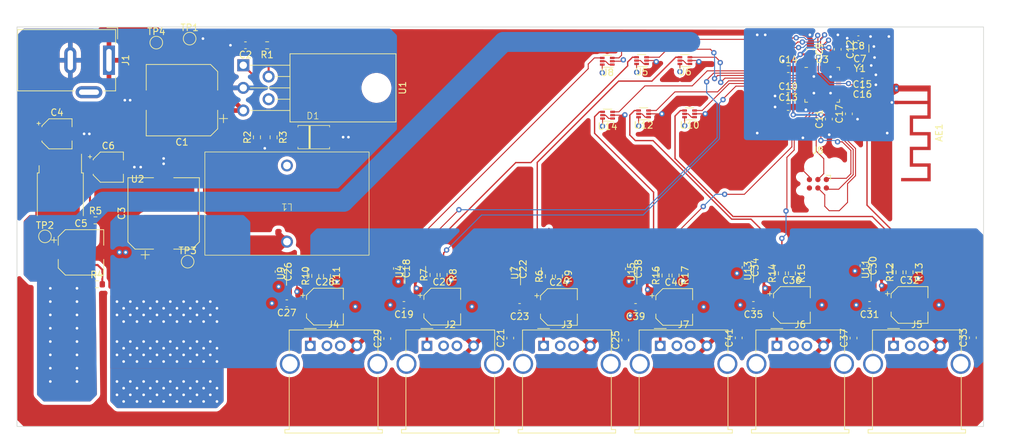
<source format=kicad_pcb>
(kicad_pcb (version 20221018) (generator pcbnew)
  (layers (0 "F.Cu" signal) (31 "B.Cu" signal) (34 "B.Paste" user) (35 "F.Paste" user) (36 "B.SilkS" user "B.Silkscreen") (37 "F.SilkS" user "F.Silkscreen") (38 "B.Mask" user) (39 "F.Mask" user) (44 "Edge.Cuts" user))
  (net 0 "")
  (net 1 "VIN")
  (net 2 "GND")
  (net 4 "Net-(C2-Pad1)")
  (net 5 "5V_5A")
  (net 6 "/Power/Vsw")
  (net 7 "Net-(U1-Vc)")
  (net 8 "Net-(U1-FB)")
  (net 9 "+3V3")
  (net 10 "/Power/adj")
  (net 11 "Net-(U4-~{FLG})")
  (net 21 "Net-(U3-XC1)")
  (net 22 "Net-(U3-XC2)")
  (net 23 "Net-(U3-DEC1)")
  (net 24 "Net-(U3-DEC3)")
  (net 25 "Net-(U3-DEC4)")
  (net 26 "Net-(U3-DEC5)")
  (net 27 "/uC/ANT")
  (net 28 "/USB connectors+load switches/EN1")
  (net 29 "Net-(J2-VBUS)")
  (net 30 "Net-(J2-Shield)")
  (net 33 "/USB connectors+load switches/EN_1")
  (net 34 "Net-(J3-VBUS)")
  (net 35 "Net-(J3-Shield)")
  (net 38 "Net-(U7-~{FLG})")
  (net 39 "/USB connectors+load switches/FLT_2")
  (net 40 "/USB connectors+load switches/FLT_1")
  (net 41 "/USB connectors+load switches/EN_2")
  (net 42 "/USB connectors+load switches/EN2")
  (net 43 "Net-(J4-VBUS)")
  (net 44 "Net-(J4-Shield)")
  (net 45 "Net-(J5-VBUS)")
  (net 46 "Net-(J5-Shield)")
  (net 47 "Net-(J6-VBUS)")
  (net 48 "Net-(J6-Shield)")
  (net 49 "Net-(J7-VBUS)")
  (net 50 "Net-(J7-Shield)")
  (net 59 "Net-(U9-~{FLG})")
  (net 60 "/USB connectors+load switches/FLT_3")
  (net 61 "Net-(U11-~{FLG})")
  (net 62 "/USB connectors+load switches/FLT_6")
  (net 63 "Net-(U13-~{FLG})")
  (net 64 "/USB connectors+load switches/FLT_5")
  (net 65 "Net-(U15-~{FLG})")
  (net 66 "/USB connectors+load switches/FLT_4")
  (net 67 "/USB connectors+load switches/EN_5")
  (net 68 "/USB connectors+load switches/EN_6")
  (net 69 "/USB connectors+load switches/EN_3")
  (net 70 "/USB connectors+load switches/EN3")
  (net 71 "/USB connectors+load switches/EN6")
  (net 72 "/USB connectors+load switches/EN5")
  (net 73 "/USB connectors+load switches/EN_4")
  (net 74 "/USB connectors+load switches/EN4")
  (net 75 "/uC/SWDIO")
  (net 76 "/uC/RESET")
  (net 77 "/uC/SWDCLK")
  (footprint "Connector_USB:USB_A_Molex_67643_Horizontal" (layer "F.Cu") (at 85 81.64)
    (fp_text reference "J4")
    (fp_text value "USB_A")
  )
  (footprint "Package_TO_SOT_SMD:SOT-23-5" (layer "F.Cu") (at 135.55 70.575 90)
    (fp_text reference "U15")
    (fp_text value "AP22814AW5")
  )
  (footprint "Package_TO_SOT_THT:TO-220-5_P3.4x3.8mm_StaggerOdd_Lead7.13mm_TabDown" (layer "F.Cu") (at 74.95 39.5 -90)
    (fp_text reference "U1")
    (fp_text value "~")
  )
  (footprint "Resistor_SMD:R_0603_1608Metric" (layer "F.Cu") (at 52.775 62.8)
    (fp_text reference "R5")
    (fp_text value "10k")
  )
  (footprint "Resistor_SMD:R_0603_1608Metric" (layer "F.Cu") (at 52.975 72.4)
    (fp_text reference "R4")
    (fp_text value "6.04k")
  )
  (footprint "Capacitor_SMD:C_0603_1608Metric" (layer "F.Cu") (at 165.8 46.8 90)
    (fp_text reference "C17")
    (fp_text value "820pF")
  )
  (footprint "Connector_USB:USB_A_Molex_67643_Horizontal" (layer "F.Cu") (at 172.5 81.64)
    (fp_text reference "J5")
    (fp_text value "USB_A")
  )
  (footprint "Resistor_SMD:R_0603_1608Metric" (layer "F.Cu") (at 79.5 50.325 -90)
    (fp_text reference "R3")
    (fp_text value "2.21k")
  )
  (footprint "Connector:Tag-Connect_TC2030-IDC-FP_2x03_P1.27mm_Vertical" (layer "F.Cu") (at 161.15 57.3 180)
    (fp_text reference "J8")
    (fp_text value "Conn_ARM_SWD_TagConnect_TC2030")
  )
  (footprint "Package_TO_SOT_SMD:SOT-23-5" (layer "F.Cu") (at 153.05 70.3625 90)
    (fp_text reference "U13")
    (fp_text value "AP22814AW5")
  )
  (footprint "Capacitor_SMD:C_0603_1608Metric" (layer "F.Cu") (at 132.8 70.075 -90)
    (fp_text reference "C38")
    (fp_text value "1uF")
  )
  (footprint "Package_TO_SOT_SMD:SOT-563" (layer "F.Cu") (at 129.55 38.9 180)
    (fp_text reference "U8")
    (fp_text value "SN74LVC1T45DRL")
  )
  (footprint "Capacitor_SMD:C_0603_1608Metric" (layer "F.Cu") (at 156.68 44.1175)
    (fp_text reference "C10")
    (fp_text value "4.7uF")
  )
  (footprint "Capacitor_SMD:C_0402_1005Metric" (layer "F.Cu") (at 167.45 39.6975)
    (fp_text reference "C7")
    (fp_text value "20pF")
  )
  (footprint "TestPoint:TestPoint_Pad_D1.5mm" (layer "F.Cu") (at 45.2 65.2)
    (fp_text reference "TP2")
    (fp_text value "TestPoint")
  )
  (footprint "Capacitor_SMD:C_0603_1608Metric" (layer "F.Cu") (at 98 70.025 -90)
    (fp_text reference "C18")
    (fp_text value "1uF")
  )
  (footprint "Resistor_SMD:R_0603_1608Metric" (layer "F.Cu") (at 103.5 71 90)
    (fp_text reference "R7")
    (fp_text value "1.1k")
  )
  (footprint "Capacitor_SMD:C_0603_1608Metric" (layer "F.Cu") (at 167.825 40.9375 180)
    (fp_text reference "C15")
    (fp_text value "100pF")
  )
  (footprint "Capacitor_SMD:C_0603_1608Metric" (layer "F.Cu") (at 115.5 70.125 -90)
    (fp_text reference "C22")
    (fp_text value "1uF")
  )
  (footprint "Capacitor_SMD:C_0603_1608Metric" (layer "F.Cu") (at 166.5 80.475 90)
    (fp_text reference "C37")
    (fp_text value "10nF")
  )
  (footprint "Capacitor_SMD:C_0603_1608Metric" (layer "F.Cu") (at 115 80.475 90)
    (fp_text reference "C21")
    (fp_text value "10nF")
  )
  (footprint "Resistor_SMD:R_0603_1608Metric" (layer "F.Cu") (at 139.8 71.075 -90)
    (fp_text reference "R17")
    (fp_text value "2.2k")
  )
  (footprint "Capacitor_SMD:C_0603_1608Metric" (layer "F.Cu") (at 168 69.6 -90)
    (fp_text reference "C30")
    (fp_text value "1uF")
  )
  (footprint "Resistor_SMD:R_0603_1608Metric" (layer "F.Cu") (at 157.25 70.75 -90)
    (fp_text reference "R15")
    (fp_text value "2.2k")
  )
  (footprint "Capacitor_SMD:C_0603_1608Metric" (layer "F.Cu") (at 164.125 37.1125 -90)
    (fp_text reference "C12")
    (fp_text value "100nF")
  )
  (footprint "Package_TO_SOT_SMD:SOT-23-5" (layer "F.Cu") (at 170.7 70.1 90)
    (fp_text reference "U11")
    (fp_text value "AP22814AW5")
  )
  (footprint "RF_Antenna:Texas_SWRA117D_2.4GHz_Right" (layer "F.Cu") (at 172.925 45.0875 -90)
    (fp_text reference "AE1")
    (fp_text value "Antenna_Chip")
  )
  (footprint "Capacitor_SMD:C_0603_1608Metric" (layer "F.Cu") (at 167.825 42.4375 180)
    (fp_text reference "C16")
    (fp_text value "1uF")
  )
  (footprint "Inductor_THT:PE-92114" (layer "F.Cu") (at 81.5 60.28 180)
    (fp_text reference "L1")
    (fp_text value "PE-92114KNL")
  )
  (footprint "Capacitor_SMD:C_0603_1608Metric" (layer "F.Cu") (at 96.55 80.55 90)
    (fp_text reference "C29")
    (fp_text value "10nF")
  )
  (footprint "Resistor_SMD:R_0603_1608Metric" (layer "F.Cu") (at 138.3 71.075 90)
    (fp_text reference "R16")
    (fp_text value "1.1k")
  )
  (footprint "Package_TO_SOT_SMD:TO-252-3_TabPin2" (layer "F.Cu") (at 47.5 58.99 -90)
    (fp_text reference "U2")
    (fp_text value "LM1117DT-ADJ")
  )
  (footprint "Capacitor_SMD:C_0603_1608Metric" (layer "F.Cu") (at 81.475 75.25 180)
    (fp_text reference "C27")
    (fp_text value "0.1uF")
  )
  (footprint "TestPoint:TestPoint_Pad_D1.5mm" (layer "F.Cu") (at 66.6 69)
    (fp_text reference "TP3")
    (fp_text value "TestPoint")
  )
  (footprint "Capacitor_SMD:C_0603_1608Metric" (layer "F.Cu") (at 150.3 69.8625 -90)
    (fp_text reference "C34")
    (fp_text value "1uF")
  )
  (footprint "Capacitor_SMD:C_0603_1608Metric" (layer "F.Cu") (at 149.275 80.45 90)
    (fp_text reference "C41")
    (fp_text value "10nF")
  )
  (footprint "Resistor_SMD:R_0603_1608Metric" (layer "F.Cu") (at 105 71 -90)
    (fp_text reference "R8")
    (fp_text value "2.2k")
  )
  (footprint "Capacitor_SMD:C_0603_1608Metric" (layer "F.Cu") (at 151.475 75.5 180)
    (fp_text reference "C35")
    (fp_text value "0.1uF")
  )
  (footprint "Capacitor_SMD:C_0603_1608Metric" (layer "F.Cu") (at 184.4 80.425 90)
    (fp_text reference "C33")
    (fp_text value "10nF")
  )
  (footprint "Package_TO_SOT_SMD:SOT-23-5" (layer "F.Cu") (at 100.75 70.5 90)
    (fp_text reference "U4")
    (fp_text value "AP22814AW5")
  )
  (footprint "Capacitor_SMD:C_0603_1608Metric" (layer "F.Cu") (at 133.8 75.8 180)
    (fp_text reference "C39")
    (fp_text value "0.1uF")
  )
  (footprint "Resistor_SMD:R_0603_1608Metric" (layer "F.Cu") (at 77 50.325 90)
    (fp_text reference "R2")
    (fp_text value "2.8k")
  )
  (footprint "Resistor_SMD:R_0603_1608Metric" (layer "F.Cu") (at 155.75 70.75 90)
    (fp_text reference "R14")
    (fp_text value "1.1k")
  )
  (footprint "Capacitor_SMD:C_0603_1608Metric" (layer "F.Cu") (at 162.8 47.5875 90)
    (fp_text reference "C11")
    (fp_text value "100nF")
  )
  (footprint "Capacitor_SMD:C_0603_1608Metric" (layer "F.Cu") (at 156.68 45.7675)
    (fp_text reference "C13")
    (fp_text value "4.7uF")
  )
  (footprint "Connector_USB:USB_A_Molex_67643_Horizontal" (layer "F.Cu") (at 137.5 81.64)
    (fp_text reference "J7")
    (fp_text value "USB_A")
  )
  (footprint "Connector_USB:USB_A_Molex_67643_Horizontal" (layer "F.Cu") (at 102.5 81.64)
    (fp_text reference "J2")
    (fp_text value "USB_A")
  )
  (footprint "Resistor_SMD:R_0603_1608Metric" (layer "F.Cu") (at 85.75 71.1375 90)
    (fp_text reference "R10")
    (fp_text value "1.1k")
  )
  (footprint "TestPoint:TestPoint_Pad_D1.5mm" (layer "F.Cu") (at 66.9 35.5)
    (fp_text reference "TP1")
    (fp_text value "TestPoint")
  )
  (footprint "Capacitor_SMD:C_0402_1005Metric" (layer "F.Cu") (at 167.22 35.4475 180)
    (fp_text reference "C8")
    (fp_text value "20pF")
  )
  (footprint "Resistor_SMD:R_0603_1608Metric" (layer "F.Cu") (at 122.3 71.2 -90)
    (fp_text reference "R9")
    (fp_text value "2.2k")
  )
  (footprint "Capacitor_SMD:C_0603_1608Metric" (layer "F.Cu") (at 80.25 70.5 -90)
    (fp_text reference "C26")
    (fp_text value "1uF")
  )
  (footprint "Capacitor_SMD:CP_Elec_10x10.5" (layer "F.Cu") (at 65.75 44.75 180)
    (fp_text reference "C1")
    (fp_text value "220uF")
  )
  (footprint "Package_TO_SOT_SMD:SOT-563" (layer "F.Cu") (at 141.2 38.8 180)
    (fp_text reference "U6")
    (fp_text value "SN74LVC1T45DRL")
  )
  (footprint "Oscillator:Oscillator_SMD_Abracon_ASDMB-4Pin_2.5x2.0mm" (layer "F.Cu") (at 167.45 37.5475 180)
    (fp_text reference "Y1")
    (fp_text value "Crystal_GND24")
  )
  (footprint "Resistor_SMD:R_0603_1608Metric" (layer "F.Cu") (at 174.9 70.6 -90)
    (fp_text reference "R13")
    (fp_text value "2.2k")
  )
  (footprint "Capacitor_SMD:CP_Elec_10x10.5" (layer "F.Cu") (at 63 61.75 90)
    (fp_text reference "C3")
    (fp_text value "390uF")
  )
  (footprint "Capacitor_SMD:CP_Elec_5x5.9" (layer "F.Cu") (at 122.3 75.8)
    (fp_text reference "C24")
    (fp_text value "120uF")
  )
  (footprint "Capacitor_SMD:CP_Elec_5x5.9" (layer "F.Cu") (at 87.2 75.75)
    (fp_text reference "C28")
    (fp_text value "120uF")
  )
  (footprint "Package_TO_SOT_SMD:SOT-23-5" (layer "F.Cu") (at 118.1 70.7 90)
    (fp_text reference "U7")
    (fp_text value "AP22814AW5")
  )
  (footprint "Package_TO_SOT_SMD:SOT-563" (layer "F.Cu") (at 129.6 47 180)
    (fp_text reference "U14")
    (fp_text value "SN74LVC1T45DRL")
  )
  (footprint "Capacitor_SMD:C_0603_1608Metric" (layer "F.Cu") (at 132.25 80.775 90)
    (fp_text reference "C25")
    (fp_text value "10nF")
  )
  (footprint "Package_DFN_QFN:QFN-40-1EP_5x5mm_P0.4mm_EP3.6x3.6mm" (layer "F.Cu") (at 161.8 42.4375)
    (fp_text reference "U3")
    (fp_text value "nRF52820-QDxx")
  )
  (footprint "TestPoint:TestPoint_Pad_D1.5mm" (layer "F.Cu") (at 61.9 36.1)
    (fp_text reference "TP4")
    (fp_text value "TestPoint")
  )
  (footprint "Capacitor_SMD:C_0603_1608Metric" (layer "F.Cu") (at 159.95 37.0875 -90)
    (fp_text reference "C9")
    (fp_text value "1.0uF")
  )
  (footprint "Resistor_SMD:R_0603_1608Metric" (layer "F.Cu") (at 87.5 71.1375 -90)
    (fp_text reference "R11")
    (fp_text value "2.2k")
  )
  (footprint "Resistor_SMD:R_0603_1608Metric" (layer "F.Cu") (at 120.8 71.2 90)
    (fp_text reference "R6")
    (fp_text value "1.1k")
  )
  (footprint "Package_TO_SOT_SMD:SOT-563" (layer "F.Cu") (at 134.7 38.8 180)
    (fp_text reference "U5")
    (fp_text value "SN74LVC1T45DRL")
  )
  (footprint "Diode_SMD:SK34BQ-L" (layer "F.Cu") (at 85.4 50.3)
    (fp_text reference "D1")
    (fp_text value "D_Schottky")
  )
  (footprint "Capacitor_SMD:CP_Elec_4x4.5" (layer "F.Cu") (at 54.7 54.8)
    (fp_text reference "C6")
    (fp_text value "10uF")
  )
  (footprint "Capacitor_SMD:C_0603_1608Metric" (layer "F.Cu") (at 99.05 75.5 180)
    (fp_text reference "C19")
    (fp_text value "0.1uF")
  )
  (footprint "Capacitor_SMD:C_0603_1608Metric" (layer "F.Cu") (at 75.275 36.5 180)
    (fp_text reference "C2")
    (fp_text value "0.01uF")
  )
  (footprint "Capacitor_SMD:CP_Elec_4x4.5" (layer "F.Cu") (at 47 49.8)
    (fp_text reference "C4")
    (fp_text value "10uF")
  )
  (footprint "Capacitor_SMD:C_0603_1608Metric" (layer "F.Cu") (at 168.9 75.5 180)
    (fp_text reference "C31")
    (fp_text value "0.1uF")
  )
  (footprint "Package_TO_SOT_SMD:SOT-563" (layer "F.Cu") (at 141.9 46.8 180)
    (fp_text reference "U10")
    (fp_text value "SN74LVC1T45DRL")
  )
  (footprint "Package_TO_SOT_SMD:SOT-23-5" (layer "F.Cu") (at 83 70.75 90)
    (fp_text reference "U9")
    (fp_text value "AP22814AW5")
  )
  (footprint "Capacitor_SMD:CP_Elec_5x5.9" (layer "F.Cu") (at 139.6 75.8)
    (fp_text reference "C40")
    (fp_text value "120uF")
  )
  (footprint "Capacitor_SMD:CP_Elec_5x5.9" (layer "F.Cu") (at 157.25 75.5)
    (fp_text reference "C36")
    (fp_text value "120uF")
  )
  (footprint "Connector_USB:USB_A_Molex_67643_Horizontal" (layer "F.Cu") (at 155 81.64)
    (fp_text reference "J6")
    (fp_text value "USB_A")
  )
  (footprint "Capacitor_SMD:C_0603_1608Metric" (layer "F.Cu") (at 116.4 75.8 180)
    (fp_text reference "C23")
    (fp_text value "0.1uF")
  )
  (footprint "Capacitor_SMD:CP_Elec_6.3x5.2" (layer "F.Cu") (at 50.6 67.6)
    (fp_text reference "C5")
    (fp_text value "100uF")
  )
  (footprint "Package_TO_SOT_SMD:SOT-563" (layer "F.Cu") (at 135 46.8 180)
    (fp_text reference "U12")
    (fp_text value "SN74LVC1T45DRL")
  )
  (footprint "Capacitor_SMD:C_0603_1608Metric" (layer "F.Cu") (at 156.7 40.0875)
    (fp_text reference "C14")
    (fp_text value "01.uF")
  )
  (footprint "Capacitor_SMD:CP_Elec_5x5.9" (layer "F.Cu") (at 104.8 75.75)
    (fp_text reference "C20")
    (fp_text value "120uF")
  )
  (footprint "Resistor_SMD:R_0603_1608Metric" (layer "F.Cu") (at 173.4 70.6 90)
    (fp_text reference "R12")
    (fp_text value "1.1k")
  )
  (footprint "Connector_BarrelJack:BarrelJack_Wuerth_6941xx301002" (layer "F.Cu") (at 54.8 38.75 -90)
    (fp_text reference "J1")
    (fp_text value "Barrel_Jack_Switch")
  )
  (footprint "Capacitor_SMD:CP_Elec_5x5.9" (layer "F.Cu") (at 174.9 75.5)
    (fp_text reference "C32")
    (fp_text value "120uF")
  )
  (footprint "Connector_USB:USB_A_Molex_67643_Horizontal" (layer "F.Cu") (at 120 81.64)
    (fp_text reference "J3")
    (fp_text value "USB_A")
  )
  (footprint "Resistor_SMD:R_0603_1608Metric" (layer "F.Cu") (at 78.525 36.5 180)
    (fp_text reference "R1")
    (fp_text value "2.7k")
  )
  (gr_rect (start 41 33.75) (end 186 93.75) (stroke (width 0.1)) (fill none) (layer "Edge.Cuts"))
  (segment (start 54.8 41.63) (end 55.2 42.03) (width 0.7) (layer "F.Cu") (net 1))
  (segment (start 73.4 44.75) (end 74.95 46.3) (width 0.7) (layer "F.Cu") (net 1))
  (segment (start 55.2 45.18) (end 54.02 46.36) (width 0.7) (layer "F.Cu") (net 1))
  (segment (start 67.25 44.75) (end 61.25 38.75) (width 0.7) (layer "F.Cu") (net 1))
  (segment (start 55.2 42.03) (end 55.2 45.18) (width 0.7) (layer "F.Cu") (net 1))
  (segment (start 47.19 46.36) (end 45.2 48.35) (width 0.7) (layer "F.Cu") (net 1))
  (segment (start 45.2 48.35) (end 45.2 49.8) (width 0.7) (layer "F.Cu") (net 1))
  (segment (start 69.95 44.75) (end 67.25 44.75) (width 0.7) (layer "F.Cu") (net 1))
  (segment (start 69.95 44.75) (end 73.4 44.75) (width 0.7) (layer "F.Cu") (net 1))
  (segment (start 54.02 46.36) (end 47.19 46.36) (width 0.7) (layer "F.Cu") (net 1))
  (segment (start 54.8 38.75) (end 54.8 41.63) (width 0.7) (layer "F.Cu") (net 1))
  (segment (start 61.25 38.75) (end 54.8 38.75) (width 0.7) (layer "F.Cu") (net 1))
  (segment (start 59.56 54.8) (end 58.61 54.8) (width 0.8) (layer "F.Cu") (net 2))
  (segment (start 139.8 71.9) (end 140.9 71.9) (width 0.2) (layer "F.Cu") (net 2))
  (segment (start 56.5 54.8) (end 58.61 54.8) (width 0.8) (layer "F.Cu") (net 2))
  (segment (start 133.025 75.8) (end 133.025 77.075) (width 0.4) (layer "F.Cu") (net 2))
  (segment (start 159.95 36.3125) (end 159.95 34.9375) (width 0.15) (layer "F.Cu") (net 2))
  (segment (start 135.55 73.15) (end 135.6 73.2) (width 0.4) (layer "F.Cu") (net 2))
  (segment (start 61.55 44.75) (end 57.975 44.75) (width 0.7) (layer "F.Cu") (net 2))
  (segment (start 89.925 50.3) (end 90.725 50.3) (width 0.3) (layer "F.Cu") (net 2))
  (segment (start 159.3625 44.2375) (end 159.3625 46.175) (width 0.15) (layer "F.Cu") (net 2))
  (segment (start 56.36 67.6) (end 56.37 67.59) (width 0.8) (layer "F.Cu") (net 2))
  (segment (start 130.3 38.9) (end 131.754595 38.9) (width 0.15) (layer "F.Cu") (net 2))
  (segment (start 87.5 71.9625) (end 88.9625 71.9625) (width 0.2) (layer "F.Cu") (net 2))
  (segment (start 153.05 71.5) (end 153.05 72.8) (width 0.4) (layer "F.Cu") (net 2))
  (segment (start 87.55 50.3) (end 90.725 50.3) (width 0.7) (layer "F.Cu") (net 2))
  (segment (start 166.625 35.5625) (end 166.74 35.4475) (width 0.15) (layer "F.Cu") (net 2))
  (segment (start 168.85 39.7375) (end 169.05 39.5375) (width 0.15) (layer "F.Cu") (net 2))
  (segment (start 159.45 75.5) (end 161.75 75.5) (width 0.4) (layer "F.Cu") (net 2))
  (segment (start 135.75 46.8) (end 137.75 46.8) (width 0.15) (layer "F.Cu") (net 2))
  (segment (start 162.8 49.8875) (end 162.85 49.9375) (width 0.15) (layer "F.Cu") (net 2))
  (segment (start 150.7 75.5) (end 149.5 75.5) (width 0.4) (layer "F.Cu") (net 2))
  (segment (start 123.575 72.025) (end 123.6 72) (width 0.2) (layer "F.Cu") (net 2))
  (segment (start 141.95 38.8) (end 143.125 38.8) (width 0.15) (layer "F.Cu") (net 2))
  (segment (start 141.8 75.8) (end 144 75.8) (width 0.4) (layer "F.Cu") (net 2))
  (segment (start 56.37 67.59) (end 57.29 67.59) (width 0.8) (layer "F.Cu") (net 2))
  (segment (start 165.56 35.4475) (end 165.55 35.4375) (width 0.15) (layer "F.Cu") (net 2))
  (segment (start 89.4 75.75) (end 91.75 75.75) (width 0.4) (layer "F.Cu") (net 2))
  (segment (start 164.15 36.5625) (end 164.15 34.9375) (width 0.15) (layer "F.Cu") (net 2))
  (segment (start 168 70.375) (end 166.725 70.375) (width 0.4) (layer "F.Cu") (net 2))
  (segment (start 169.25 38.3375) (end 169.65 38.3375) (width 0.15) (layer "F.Cu") (net 2))
  (segment (start 107 75.75) (end 109.25 75.75) (width 0.4) (layer "F.Cu") (net 2))
  (segment (start 168.6 42.4375) (end 169.65 42.4375) (width 0.25) (layer "F.Cu") (net 2))
  (segment (start 159.88 56.665) (end 159.88 56.263927) (width 0.15) (layer "F.Cu") (net 2))
  (segment (start 153.05 72.8) (end 153.25 73) (width 0.4) (layer "F.Cu") (net 2))
  (segment (start 100.75 71.6375) (end 100.75 72.8) (width 0.4) (layer "F.Cu") (net 2))
  (segment (start 158.9 55.283927) (end 158.9 50.4) (width 0.15) (layer "F.Cu") (net 2))
  (segment (start 88.9625 71.9625) (end 89 72) (width 0.2) (layer "F.Cu") (net 2))
  (segment (start 131.754595 38.9) (end 131.965314 38.689281) (width 0.15) (layer "F.Cu") (net 2))
  (segment (start 170.7 71.2375) (end 170.7 72.6) (width 0.4) (layer "F.Cu") (net 2))
  (segment (start 172.925 45.0875) (end 172.25 45.0875) (width 0.25) (layer "F.Cu") (net 2))
  (segment (start 136.725 38.8) (end 136.9 38.975) (width 0.15) (layer "F.Cu") (net 2))
  (segment (start 167.93 38.6675) (end 168.275 38.3225) (width 0.15) (layer "F.Cu") (net 2))
  (segment (start 142.65 46.8) (end 144.25 46.8) (width 0.15) (layer "F.Cu") (net 2))
  (segment (start 98.275 75.5) (end 97 75.5) (width 0.4) (layer "F.Cu") (net 2))
  (segment (start 149.1125 70.6375) (end 149 70.75) (width 0.4) (layer "F.Cu") (net 2))
  (segment (start 63.025 54.275) (end 63 54.3) (width 0.7) (layer "F.Cu") (net 2))
  (segment (start 48.8 49.8) (end 51.07 49.8) (width 0.8) (layer "F.Cu") (net 2))
  (segment (start 122.3 72.025) (end 123.575 72.025) (width 0.2) (layer "F.Cu") (net 2))
  (segment (start 51.07 49.8) (end 51.85 49.8) (width 0.8) (layer "F.Cu") (net 2))
  (segment (start 166.74 35.4475) (end 165.56 35.4475) (width 0.15) (layer "F.Cu") (net 2))
  (segment (start 80.7 75.25) (end 79.25 75.25) (width 0.4) (layer "F.Cu") (net 2))
  (segment (start 133.025 77.075) (end 133 77.1) (width 0.4) (layer "F.Cu") (net 2))
  (segment (start 66.9 35.5) (end 68.9 35.5) (width 0.3) (layer "F.Cu") (net 2))
  (segment (start 135.45 38.8) (end 136.725 38.8) (width 0.15) (layer "F.Cu") (net 2))
  (segment (start 166.625 36.7725) (end 166.625 35.5625) (width 0.15) (layer "F.Cu") (net 2))
  (segment (start 174.9 71.425) (end 176.125 71.425) (width 0.2) (layer "F.Cu") (net 2))
  (segment (start 83 71.8875) (end 83 73.5) (width 0.2) (layer "F.Cu") (net 2))
  (segment (start 169.235 38.3225) (end 169.25 38.3375) (width 0.15) (layer "F.Cu") (net 2))
  (segment (start 159.3625 46.175) (end 159.35 46.1875) (width 0.15) (layer "F.Cu") (net 2))
  (segment (start 167.93 39.6975) (end 167.93 38.6675) (width 0.15) (layer "F.Cu") (net 2))
  (segment (start 130.35 47) (end 132.15 47) (width 0.15) (layer "F.Cu") (net 2))
  (segment (start 80.25 71.275) (end 80.25 72.75) (width 0.4) (layer "F.Cu") (net 2))
  (segment (start 168.125 75.5) (end 166.9 75.5) (width 0.4) (layer "F.Cu") (net 2))
  (segment (start 79.5 51.15) (end 79 51.15) (width 0.3) (layer "F.Cu") (net 2))
  (segment (start 87.55 50.3) (end 89.925 50.3) (width 0.7) (layer "F.Cu") (net 2))
  (segment (start 155.925 38.8625) (end 155.95 38.8375) (width 0.15) (layer "F.Cu") (net 2))
  (segment (start 53.4 67.6) (end 56.36 67.6) (width 0.8) (layer "F.Cu") (net 2))
  (segment (start 57.29 67.59) (end 57.3 67.6) (width 0.8) (layer "F.Cu") (net 2))
  (segment (start 167.93 39.6975) (end 168.81 39.6975) (width 0.15) (layer "F.Cu") (net 2))
  (segment (start 168.81 39.6975) (end 168.85 39.7375) (width 0.15) (layer "F.Cu") (net 2))
  (segment (start 63 53.5) (end 63 54.3) (width 0.8) (layer "F.Cu") (net 2))
  (segment (start 167.93 39.6975) (end 167.93 39.643684) (width 0.15) (layer "F.Cu") (net 2))
  (segment (start 106.075 71.825) (end 106.1 71.8) (width 0.2) (layer "F.Cu") (net 2))
  (segment (start 177.1 75.5) (end 179.3 75.5) (width 0.4) (layer "F.Cu") (net 2))
  (segment (start 159.88 56.263927) (end 158.9 55.283927) (width 0.15) (layer "F.Cu") (net 2))
  (segment (start 98 70.8) (end 98 71.8) (width 0.4) (layer "F.Cu") (net 2))
  (segment (start 135.55 71.7125) (end 135.55 73.15) (width 0.4) (layer "F.Cu") (net 2))
  (segment (start 51.85 49.8) (end 51.86 49.81) (width 0.8) (layer "F.Cu") (net 2))
  (segment (start 168.6 40.9375) (end 169.95 40.9375) (width 0.25) (layer "F.Cu") (net 2))
  (segment (start 165.8 47.575) (end 167.075 47.575) (width 0.15) (layer "F.Cu") (net 2))
  (segment (start 168.275 38.3225) (end 169.235 38.3225) (width 0.15) (layer "F.Cu") (net 2))
  (segment (start 150.3 70.6375) (end 149.1125 70.6375) (width 0.4) (layer "F.Cu") (net 2))
  (segment (start 79 51.15) (end 78.175 51.975) (width 0.3) (layer "F.Cu") (net 2))
  (segment (start 98 71.8) (end 98.2 72) (width 0.4) (layer "F.Cu") (net 2))
  (segment (start 155.925 40.0875) (end 155.925 38.8625) (width 0.15) (layer "F.Cu") (net 2))
  (segment (start 166.725 70.375) (end 166.7 70.4) (width 0.4) (layer "F.Cu") (net 2))
  (segment (start 132.15 47) (end 132.2 46.95) (width 0.15) (layer "F.Cu") (net 2))
  (segment (start 100.75 72.8) (end 100.95 73) (width 0.4) (layer "F.Cu") (net 2))
  (segment (start 63 57.55) (end 63 54.3) (width 0.7) (layer "F.Cu") (net 2))
  (segment (start 176.125 71.425) (end 176.2 71.5) (width 0.2) (layer "F.Cu") (net 2))
  (segment (start 169.05 39.5375) (end 169.15 39.5375) (width 0.15) (layer "F.Cu") (net 2))
  (segment (start 164.2375 42.6375) (end 162 42.6375) (width 0.15) (layer "F.Cu") (net 2))
  (segment (start 161.2 40) (end 161.2 41.8375) (width 0.15) (layer "F.Cu") (net 2))
  (segment (start 167.075 47.575) (end 167.1 47.6) (width 0.15) (layer "F.Cu") (net 2))
  (segment (start 162.8 48.3625) (end 162.8 49.8875) (width 0.15) (layer "F.Cu") (net 2))
  (segment (start 143.125 38.8) (end 143.3 38.975) (width 0.15) (layer "F.Cu") (net 2))
  (segment (start 132.8 70.85) (end 132.8 72) (width 0.4) (layer "F.Cu") (net 2))
  (segment (start 57.975 44.75) (end 57.175 44.75) (width 0.7) (layer "F.Cu") (net 2))
  (segment (start 105 71.825) (end 106.075 71.825) (width 0.2) (layer "F.Cu") (net 2))
  (segment (start 74.5 36.5) (end 73.025 36.5) (width 0.3) (layer "F.Cu") (net 2))
  (via (at 169.15 39.5375) (size 0.8) (drill 0.4) (layers "F.Cu" "B.Cu") (net 2))
  (via (at 170.7 72.6) (size 0.8) (drill 0.4) (layers "F.Cu" "B.Cu") (net 2))
  (via (at 73.025 36.5) (size 0.8) (drill 0.4) (layers "F.Cu" "B.Cu") (net 2))
  (via (at 160.55 41.1875) (size 0.8) (drill 0.4) (layers "F.Cu" "B.Cu") (net 2))
  (via (at 176.2 71.5) (size 0.8) (drill 0.4) (layers "F.Cu" "B.Cu") (net 2))
  (via (at 169.85 42.4375) (size 0.8) (drill 0.4) (layers "F.Cu" "B.Cu") (net 2))
  (via (at 149.5 75.5) (size 0.8) (drill 0.4) (layers "F.Cu" "B.Cu") (net 2))
  (via (at 136.9 38.975) (size 0.8) (drill 0.4) (layers "F.Cu" "B.Cu") (net 2))
  (via (at 106.1 71.8) (size 0.8) (drill 0.4) (layers "F.Cu" "B.Cu") (net 2))
  (via (at 79.25 75.25) (size 0.8) (drill 0.4) (layers "F.Cu" "B.Cu") (net 2))
  (via (at 165.55 36.6875) (size 0.8) (drill 0.4) (layers "F.Cu" "B.Cu") (net 2))
  (via (at 162.85 49.9375) (size 0.8) (drill 0.4) (layers "F.Cu" "B.Cu") (net 2))
  (via (at 171.8 35.1875) (size 0.8) (drill 0.4) (layers "F.Cu" "B.Cu") (net 2))
  (via (at 152.05 49.6875) (size 0.8) (drill 0.4) (layers "F.Cu" "B.Cu") (net 2))
  (via (at 166.9 75.5) (size 0.8) (drill 0.4) (layers "F.Cu" "B.Cu") (net 2))
  (via (at 83 73.5) (size 0.8) (drill 0.4) (layers "F.Cu" "B.Cu") (net 2))
  (via (at 163.05 43.6875) (size 0.8) (drill 0.4) (layers "F.Cu" "B.Cu") (net 2))
  (via (at 144.25 46.8) (size 0.8) (drill 0.4) (layers "F.Cu" "B.Cu") (net 2))
  (via (at 89 72) (size 0.8) (drill 0.4) (layers "F.Cu" "B.Cu") (net 2))
  (via (at 57.175 44.75) (size 0.8) (drill 0.4) (layers "F.Cu" "B.Cu") (net 2))
  (via (at 144 75.8) (size 0.8) (drill 0.4) (layers "F.Cu" "B.Cu") (net 2))
  (via (at 161.75 75.5) (size 0.8) (drill 0.4) (layers "F.Cu" "B.Cu") (net 2))
  (via (at 160.55 43.6875) (size 0.8) (drill 0.4) (layers "F.Cu" "B.Cu") (net 2))
  (via (at 169.85 40.9375) (size 0.8) (drill 0.4) (layers "F.Cu" "B.Cu") (net 2))
  (via (at 78.175 51.975) (size 0.8) (drill 0.4) (layers "F.Cu" "B.Cu") (net 2))
  (via (at 63 54.3) (size 0.8) (drill 0.4) (layers "F.Cu" "B.Cu") (net 2))
  (via (at 59.56 54.8) (size 0.8) (drill 0.4) (layers "F.Cu" "B.Cu") (net 2))
  (via (at 159.95 34.9375) (size 0.8) (drill 0.4) (layers "F.Cu" "B.Cu") (net 2))
  (via (at 152.05 34.9375) (size 0.8) (drill 0.4) (layers "F.Cu" "B.Cu") (net 2))
  (via (at 171.55 49.6875) (size 0.8) (drill 0.4) (layers "F.Cu" "B.Cu") (net 2))
  (via (at 133 77.1) (size 0.8) (drill 0.4) (layers "F.Cu" "B.Cu") (net 2))
  (via (at 51.07 49.8) (size 0.8) (drill 0.4) (layers "F.Cu" "B.Cu") (net 2))
  (via (at 140.9 71.9) (size 0.8) (drill 0.4) (layers "F.Cu" "B.Cu") (net 2))
  (via (at 109.25 75.75) (size 0.8) (drill 0.4) (layers "F.Cu" "B.Cu") (net 2))
  (via (at 63 53.5) (size 0.8) (drill 0.4) (layers "F.Cu" "B.Cu") (net 2))
  (via (at 155.95 38.8375) (size 0.8) (drill 0.4) (layers "F.Cu" "B.Cu") (net 2))
  (via (at 89.925 50.3) (size 0.8) (drill 0.4) (layers "F.Cu" "B.Cu") (net 2))
  (via (at 132.8 72) (size 0.8) (drill 0.4) (layers "F.Cu" "B.Cu") (net 2))
  (via (at 169.55 36.6875) (size 0.8) (drill 0.4) (layers "F.Cu" "B.Cu") (net 2))
  (via (at 163.05 41.2375) (size 0.8) (drill 0.4) (layers "F.Cu" "B.Cu") (net 2))
  (via (at 135.6 73.2) (size 0.8) (drill 0.4) (layers "F.Cu" "B.Cu") (net 2))
  (via (at 165.55 35.4375) (size 0.8) (drill 0.4) (layers "F.Cu" "B.Cu") (net 2))
  (via (at 91.75 75.75) (size 0.8) (drill 0.4) (layers "F.Cu" "B.Cu") (net 2))
  (via (at 164.15 34.9375) (size 0.8) (drill 0.4) (layers "F.Cu" "B.Cu") (net 2))
  (via (at 169.05 35.1875) (size 0.8) (drill 0.4) (layers "F.Cu" "B.Cu") (net 2))
  (via (at 159.35 46.1875) (size 0.8) (drill 0.4) (layers "F.Cu" "B.Cu") (net 2))
  (via (at 68.9 35.5) (size 0.8) (drill 0.4) (layers "F.Cu" "B.Cu") (net 2))
  (via (at 123.6 72) (size 0.8) (drill 0.4) (layers "F.Cu" "B.Cu") (net 2))
  (via (at 167.1 47.6) (size 0.8) (drill 0.4) (layers "F.Cu" "B.Cu") (net 2))
  (via (at 154.72 44.1175) (size 0.8) (drill 0.4) (layers "F.Cu" "B.Cu") (net 2))
  (via (at 90.725 50.3) (size 0.8) (drill 0.4) (layers "F.Cu" "B.Cu") (net 2))
  (via (at 80.25 72.75) (size 0.8) (drill 0.4) (layers "F.Cu" "B.Cu") (net 2))
  (via (at 166.7 70.4) (size 0.8) (drill 0.4) (layers "F.Cu" "B.Cu") (net 2))
  (via (at 98.2 72) (size 0.8) (drill 0.4) (layers "F.Cu" "B.Cu") (net 2))
  (via (at 153.25 34.9375) (size 0.8) (drill 0.4) (layers "F.Cu" "B.Cu") (net 2))
  (via (at 57.3 67.6) (size 0.8) (drill 0.4) (layers "F.Cu" "B.Cu") (net 2))
  (via (at 131.965314 38.689281) (size 0.8) (drill 0.4) (layers "F.Cu" "B.Cu") (net 2))
  (via (at 172.25 45.0875) (size 0.8) (drill 0.4) (layers "F.Cu" "B.Cu") (net 2))
  (via (at 169.65 38.3375) (size 0.8) (drill 0.4) (layers "F.Cu" "B.Cu") (net 2))
  (via (at 149 70.75) (size 0.8) (drill 0.4) (layers "F.Cu" "B.Cu") (net 2))
  (via (at 57.975 44.75) (size 0.8) (drill 0.4) (layers "F.Cu" "B.Cu") (net 2))
  (via (at 58.61 54.8) (size 0.8) (drill 0.4) (layers "F.Cu" "B.Cu") (net 2))
  (via (at 158.9 50.4) (size 0.8) (drill 0.4) (layers "F.Cu" "B.Cu") (net 2))
  (via (at 137.75 46.8) (size 0.8) (drill 0.4) (layers "F.Cu" "B.Cu") (net 2))
  (via (at 153.25 73) (size 0.8) (drill 0.4) (layers "F.Cu" "B.Cu") (net 2))
  (via (at 132.2 46.95) (size 0.8) (drill 0.4) (layers "F.Cu" "B.Cu") (net 2))
  (via (at 56.37 67.59) (size 0.8) (drill 0.4) (layers "F.Cu" "B.Cu") (net 2))
  (via (at 97 75.5) (size 0.8) (drill 0.4) (layers "F.Cu" "B.Cu") (net 2))
  (via (at 100.95 73) (size 0.8) (drill 0.4) (layers "F.Cu" "B.Cu") (net 2))
  (via (at 179.3 75.5) (size 0.8) (drill 0.4) (layers "F.Cu" "B.Cu") (net 2))
  (via (at 143.3 38.975) (size 0.8) (drill 0.4) (layers "F.Cu" "B.Cu") (net 2))
  (via (at 154.73 45.7675) (size 0.8) (drill 0.4) (layers "F.Cu" "B.Cu") (net 2))
  (via (at 51.86 49.81) (size 0.8) (drill 0.4) (layers "F.Cu" "B.Cu") (net 2))
  (segment (start 57.175 44.75) (end 57.975 44.75) (width 0.7) (layer "B.Cu") (net 2))
  (segment (start 90.725 50.3) (end 89.925 50.3) (width 0.3) (layer "B.Cu") (net 2))
  (segment (start 51.08 49.81) (end 51.07 49.8) (width 0.8) (layer "B.Cu") (net 2))
  (segment (start 51.86 49.81) (end 51.08 49.81) (width 0.8) (layer "B.Cu") (net 2))
  (segment (start 77.7 36.5) (end 76.05 36.5) (width 0.3) (layer "F.Cu") (net 4))
  (segment (start 132.8 69.3) (end 134.4625 69.3) (width 0.4) (layer "F.Cu") (net 5))
  (segment (start 133.95 39.3) (end 133.95 40.55) (width 0.15) (layer "F.Cu") (net 5))
  (segment (start 80.3625 69.6125) (end 80.25 69.725) (width 0.4) (layer "F.Cu") (net 5))
  (segment (start 63.025 65.975) (end 63 65.95) (width 1.8) (layer "F.Cu") (net 5))
  (segment (start 68.25 52.325) (end 68.25 62.325) (width 0.3) (layer "F.Cu") (net 5))
  (segment (start 169.6125 68.825) (end 169.75 68.9625) (width 0.4) (layer "F.Cu") (net 5))
  (segment (start 150.4375 69.225) (end 150.3 69.0875) (width 0.4) (layer "F.Cu") (net 5))
  (segment (start 133.95 40.55) (end 133.96 40.56) (width 0.15) (layer "F.Cu") (net 5))
  (segment (start 168 68.825) (end 169.6125 68.825) (width 0.4) (layer "F.Cu") (net 5))
  (segment (start 63.25 62.825) (end 63 63.075) (width 0.3) (layer "F.Cu") (net 5))
  (segment (start 115.5 69.35) (end 116.9375 69.35) (width 0.4) (layer "F.Cu") (net 5))
  (segment (start 140.45 39.3) (end 140.45 40.46) (width 0.15) (layer "F.Cu") (net 5))
  (segment (start 134.25 48.6) (end 134.27 48.62) (width 0.15) (layer "F.Cu") (net 5))
  (segment (start 141.15 47.3) (end 141.15 48.57) (width 0.15) (layer "F.Cu") (net 5))
  (segment (start 67.75 62.825) (end 63.25 62.825) (width 0.3) (layer "F.Cu") (net 5))
  (segment (start 77 51.15) (end 69.425 51.15) (width 0.3) (layer "F.Cu") (net 5))
  (segment (start 128.8 39.4) (end 128.8 40.63) (width 0.15) (layer "F.Cu") (net 5))
  (segment (start 152.1 69.225) (end 150.4375 69.225) (width 0.4) (layer "F.Cu") (net 5))
  (segment (start 68.25 62.325) (end 67.75 62.825) (width 0.3) (layer "F.Cu") (net 5))
  (segment (start 128.85 48.64) (end 128.83 48.66) (width 0.15) (layer "F.Cu") (net 5))
  (segment (start 128.85 47.5) (end 128.85 48.64) (width 0.15) (layer "F.Cu") (net 5))
  (segment (start 141.15 48.57) (end 141.17 48.59) (width 0.15) (layer "F.Cu") (net 5))
  (segment (start 63 63.075) (end 63 65.95) (width 0.3) (layer "F.Cu") (net 5))
  (segment (start 99.6875 69.25) (end 99.8 69.3625) (width 0.4) (layer "F.Cu") (net 5))
  (segment (start 81.5 66) (end 81.475 65.975) (width 1.8) (layer "F.Cu") (net 5))
  (segment (start 134.25 47.3) (end 134.25 48.6) (width 0.15) (layer "F.Cu") (net 5))
  (segment (start 116.9375 69.35) (end 117.15 69.5625) (width 0.4) (layer "F.Cu") (net 5))
  (segment (start 69.425 51.15) (end 68.25 52.325) (width 0.3) (layer "F.Cu") (net 5))
  (segment (start 81.475 65.975) (end 63.025 65.975) (width 1.8) (layer "F.Cu") (net 5))
  (segment (start 82.05 69.6125) (end 80.3625 69.6125) (width 0.4) (layer "F.Cu") (net 5))
  (segment (start 98 69.25) (end 99.6875 69.25) (width 0.4) (layer "F.Cu") (net 5))
  (segment (start 63.05 66) (end 63 65.95) (width 0.7) (layer "F.Cu") (net 5))
  (segment (start 134.4625 69.3) (end 134.6 69.4375) (width 0.4) (layer "F.Cu") (net 5))
  (via (at 61 76) (size 0.8) (drill 0.4) (layers "F.Cu" "B.Cu") (net 5))
  (via (at 56 89) (size 0.8) (drill 0.4) (layers "F.Cu" "B.Cu") (net 5))
  (via (at 134.27 48.62) (size 0.8) (drill 0.4) (layers "F.Cu" "B.Cu") (net 5))
  (via (at 71 88) (size 0.8) (drill 0.4) (layers "F.Cu" "B.Cu") (net 5))
  (via (at 60 81) (size 0.8) (drill 0.4) (layers "F.Cu" "B.Cu") (net 5))
  (via (at 62 87) (size 0.8) (drill 0.4) (layers "F.Cu" "B.Cu") (net 5))
  (via (at 60 89) (size 0.8) (drill 0.4) (layers "F.Cu" "B.Cu") (net 5))
  (via (at 60 83) (size 0.8) (drill 0.4) (layers "F.Cu" "B.Cu") (net 5))
  (via (at 59 84) (size 0.8) (drill 0.4) (layers "F.Cu" "B.Cu") (net 5))
  (via (at 64 81) (size 0.8) (drill 0.4) (layers "F.Cu" "B.Cu") (net 5))
  (via (at 65 82) (size 0.8) (drill 0.4) (layers "F.Cu" "B.Cu") (net 5))
  (via (at 56 77) (size 0.8) (drill 0.4) (layers "F.Cu" "B.Cu") (net 5))
  (via (at 68 89) (size 0.8) (drill 0.4) (layers "F.Cu" "B.Cu") (net 5))
  (via (at 62 81) (size 0.8) (drill 0.4) (layers "F.Cu" "B.Cu") (net 5))
  (via (at 64 83) (size 0.8) (drill 0.4) (layers "F.Cu" "B.Cu") (net 5))
  (via (at 57 84) (size 0.8) (drill 0.4) (layers "F.Cu" "B.Cu") (net 5))
  (via (at 133.96 40.56) (size 0.8) (drill 0.4) (layers "F.Cu" "B.Cu") (net 5))
  (via (at 69 84) (size 0.8) (drill 0.4) (layers "F.Cu" "B.Cu") (net 5))
  (via (at 69 90) (size 0.8) (drill 0.4) (layers "F.Cu" "B.Cu") (net 5))
  (via (at 59 76) (size 0.8) (drill 0.4) (layers "F.Cu" "B.Cu") (net 5))
  (via (at 66 81) (size 0.8) (drill 0.4) (layers "F.Cu" "B.Cu") (net 5))
  (via (at 62 77) (size 0.8) (drill 0.4) (layers "F.Cu" "B.Cu") (net 5))
  (via (at 70 75) (size 0.8) (drill 0.4) (layers "F.Cu" "B.Cu") (net 5))
  (via (at 59 78) (size 0.8) (drill 0.4) (layers "F.Cu" "B.Cu") (net 5))
  (via (at 64 89) (size 0.8) (drill 0.4) (layers "F.Cu" "B.Cu") (net 5))
  (via (at 57 90) (size 0.8) (drill 0.4) (layers "F.Cu" "B.Cu") (net 5))
  (via (at 61 90) (size 0.8) (drill 0.4) (layers "F.Cu" "B.Cu") (net 5))
  (via (at 67 78) (size 0.8) (drill 0.4) (layers "F.Cu" "B.Cu") (net 5))
  (via (at 69 88) (size 0.8) (drill 0.4) (layers "F.Cu" "B.Cu") (net 5))
  (via (at 67 90) (size 0.8) (drill 0.4) (layers "F.Cu" "B.Cu") (net 5))
  (via (at 63 78) (size 0.8) (drill 0.4) (layers "F.Cu" "B.Cu") (net 5))
  (via (at 67 88) (size 0.8) (drill 0.4) (layers "F.Cu" "B.Cu") (net 5))
  (via (at 69 78) (size 0.8) (drill 0.4) (layers "F.Cu" "B.Cu") (net 5))
  (via (at 71 78) (size 0.8) (drill 0.4) (layers "F.Cu" "B.Cu") (net 5))
  (via (at 140.45 40.46) (size 0.8) (drill 0.4) (layers "F.Cu" "B.Cu") (net 5))
  (via (at 66 83) (size 0.8) (drill 0.4) (layers "F.Cu" "B.Cu") (net 5))
  (via (at 64 77) (size 0.8) (drill 0.4) (layers "F.Cu" "B.Cu") (net 5))
  (via (at 59 88) (size 0.8) (drill 0.4) (layers "F.Cu" "B.Cu") (net 5))
  (via (at 63 88) (size 0.8) (drill 0.4) (layers "F.Cu" "B.Cu") (net 5))
  (via (at 61 82) (size 0.8) (drill 0.4) (layers "F.Cu" "B.Cu") (net 5))
  (via (at 69 82) (size 0.8) (drill 0.4) (layers "F.Cu" "B.Cu") (net 5))
  (via (at 71 84) (size 0.8) (drill 0.4) (layers "F.Cu" "B.Cu") (net 5))
  (via (at 64 87) (size 0.8) (drill 0.4) (layers "F.Cu" "B.Cu") (net 5))
  (via (at 58 77) (size 0.8) (drill 0.4) (layers "F.Cu" "B.Cu") (net 5))
  (via (at 60 75) (size 0.8) (drill 0.4) (layers "F.Cu" "B.Cu") (net 5))
  (via (at 61 88) (size 0.8) (drill 0.4) (layers "F.Cu" "B.Cu") (net 5))
  (via (at 68 81) (size 0.8) (drill 0.4) (layers "F.Cu" "B.Cu") (net 5))
  (via (at 63 82) (size 0.8) (drill 0.4) (layers "F.Cu" "B.Cu") (net 5))
  (via (at 70 89) (size 0.8) (drill 0.4) (layers "F.Cu" "B.Cu") (net 5))
  (via (at 58 81) (size 0.8) (drill 0.4) (layers "F.Cu" "B.Cu") (net 5))
  (via (at 57 78) (size 0.8) (drill 0.4) (layers "F.Cu" "B.Cu") (net 5))
  (via (at 141.17 48.59) (size 0.8) (drill 0.4) (layers "F.Cu" "B.Cu") (net 5))
  (via (at 62 75) (size 0.8) (drill 0.4) (layers "F.Cu" "B.Cu") (net 5))
  (via (at 65 84) (size 0.8) (drill 0.4) (layers "F.Cu" "B.Cu") (net 5))
  (via (at 66 77) (size 0.8) (drill 0.4) (layers "F.Cu" "B.Cu") (net 5))
  (via (at 63 84) (size 0.8) (drill 0.4) (layers "F.Cu" "B.Cu") (net 5))
  (via (at 59 90) (size 0.8) (drill 0.4) (layers "F.Cu" "B.Cu") (net 5))
  (via (at 71 90) (size 0.8) (drill 0.4) (layers "F.Cu" "B.Cu") (net 5))
  (via (at 67 84) (size 0.8) (drill 0.4) (layers "F.Cu" "B.Cu") (net 5))
  (via (at 58 89) (size 0.8) (drill 0.4) (layers "F.Cu" "B.Cu") (net 5))
  (via (at 56 87) (size 0.8) (drill 0.4) (layers "F.Cu" "B.Cu") (net 5))
  (via (at 60 87) (size 0.8) (drill 0.4) (layers "F.Cu" "B.Cu") (net 5))
  (via (at 70 81) (size 0.8) (drill 0.4) (layers "F.Cu" "B.Cu") (net 5))
  (via (at 61 78) (size 0.8) (drill 0.4) (layers "F.Cu" "B.Cu") (net 5))
  (via (at 65 78) (size 0.8) (drill 0.4) (layers "F.Cu" "B.Cu") (net 5))
  (via (at 67 82) (size 0.8) (drill 0.4) (layers "F.Cu" "B.Cu") (net 5))
  (via (at 71 82) (size 0.8) (drill 0.4) (layers "F.Cu" "B.Cu") (net 5))
  (via (at 57 88) (size 0.8) (drill 0.4) (layers "F.Cu" "B.Cu") (net 5))
  (via (at 57 76) (size 0.8) (drill 0.4) (layers "F.Cu" "B.Cu") (net 5))
  (via (at 56 75) (size 0.8) (drill 0.4) (layers "F.Cu" "B.Cu") (net 5))
  (via (at 62 89) (size 0.8) (drill 0.4) (layers "F.Cu" "B.Cu") (net 5))
  (via (at 70 87) (size 0.8) (drill 0.4) (layers "F.Cu" "B.Cu") (net 5))
  (via (at 63 90) (size 0.8) (drill 0.4) (layers "F.Cu" "B.Cu") (net 5))
  (via (at 58 83) (size 0.8) (drill 0.4) (layers "F.Cu" "B.Cu") (net 5))
  (via (at 58 87) (size 0.8) (drill 0.4) (layers "F.Cu" "B.Cu") (net 5))
  (via (at 60 77) (size 0.8) (drill 0.4) (layers "F.Cu" "B.Cu") (net 5))
  (via (at 71 76) (size 0.8) (drill 0.4) (layers "F.Cu" "B.Cu") (net 5))
  (via (at 67 76) (size 0.8) (drill 0.4) (layers "F.Cu" "B.Cu") (net 5))
  (via (at 68 83) (size 0.8) (drill 0.4) (layers "F.Cu" "B.Cu") (net 5))
  (via (at 70 83) (size 0.8) (drill 0.4) (layers "F.Cu" "B.Cu") (net 5))
  (via (at 66 75) (size 0.8) (drill 0.4) (layers "F.Cu" "B.Cu") (net 5))
  (via (at 65 88) (size 0.8) (drill 0.4) (layers "F.Cu" "B.Cu") (net 5))
  (via (at 69 76) (size 0.8) (drill 0.4) (layers "F.Cu" "B.Cu") (net 5))
  (via (at 70 77) (size 0.8) (drill 0.4) (layers "F.Cu" "B.Cu") (net 5))
  (via (at 68 75) (size 0.8) (drill 0.4) (layers "F.Cu" "B.Cu") (net 5))
  (via (at 56 83) (size 0.8) (drill 0.4) (layers "F.Cu" "B.Cu") (net 5))
  (via (at 57 82) (size 0.8) (drill 0.4) (layers "F.Cu" "B.Cu") (net 5))
  (via (at 65 90) (size 0.8) (drill 0.4) (layers "F.Cu" "B.Cu") (net 5))
  (via (at 56 81) (size 0.8) (drill 0.4) (layers "F.Cu" "B.Cu") (net 5))
  (via (at 64 75) (size 0.8) (drill 0.4) (layers "F.Cu" "B.Cu") (net 5))
  (via (at 68 87) (size 0.8) (drill 0.4) (layers "F.Cu" "B.Cu") (net 5))
  (via (at 65 76) (size 0.8) (drill 0.4) (layers "F.Cu" "B.Cu") (net 5))
  (via (at 128.8 40.63) (size 0.8) (drill 0.4) (layers "F.Cu" "B.Cu") (net 5))
  (via (at 61 84) (size 0.8) (drill 0.4) (layers "F.Cu" "B.Cu") (net 5))
  (via (at 128.83 48.66) (size 0.8) (drill 0.4) (layers "F.Cu" "B.Cu") (net 5))
  (via (at 58 75) (size 0.8) (drill 0.4) (layers "F.Cu" "B.Cu") (net 5))
  (via (at 66 89) (size 0.8) (drill 0.4) (layers "F.Cu" "B.Cu") (net 5))
  (via (at 66 87) (size 0.8) (drill 0.4) (layers "F.Cu" "B.Cu") (net 5))
  (via (at 59 82) (size 0.8) (drill 0.4) (layers "F.Cu" "B.Cu") (net 5))
  (via (at 62 83) (size 0.8) (drill 0.4) (layers "F.Cu" "B.Cu") (net 5))
  (via (at 63 76) (size 0.8) (drill 0.4) (layers "F.Cu" "B.Cu") (net 5))
  (via (at 68 77) (size 0.8) (drill 0.4) (layers "F.Cu" "B.Cu") (net 5))
  (segment (start 78.75 39.325) (end 79.35 38.725) (width 0.3) (layer "F.Cu") (net 7))
  (segment (start 78.75 41.2) (end 78.75 39.325) (width 0.3) (layer "F.Cu") (net 7))
  (segment (start 79.35 38.725) (end 79.35 36.5) (width 0.3) (layer "F.Cu") (net 7))
  (segment (start 77 41.55) (end 77 49.5) (width 0.3) (layer "F.Cu") (net 8))
  (segment (start 79.5 49.5) (end 77 49.5) (width 0.3) (layer "F.Cu") (net 8))
  (segment (start 74.95 39.5) (end 77 41.55) (width 0.3) (layer "F.Cu") (net 8))
  (segment (start 157.45 46.9375) (end 157.45 45.7725) (width 0.3) (layer "F.Cu") (net 9))
  (segment (start 163.05 37.092955) (end 163.05 37.5375) (width 0.3) (layer "F.Cu") (net 9))
  (segment (start 129.8 39.4) (end 129.3 38.9) (width 0.15) (layer "F.Cu") (net 9))
  (segment (start 163.05 37.5375) (end 163.4 37.8875) (width 0.3) (layer "F.Cu") (net 9))
  (segment (start 164.805026 51) (end 166.1 52.294974) (width 0.15) (layer "F.Cu") (net 9))
  (segment (start 163.4 37.8875) (end 164.125 37.8875) (width 0.3) (layer "F.Cu") (net 9))
  (segment (start 159.3625 43.8375) (end 158.83 43.8375) (width 0.15) (layer "F.Cu") (net 9))
  (segment (start 162.795064 36.838019) (end 163.05 37.092955) (width 0.3) (layer "F.Cu") (net 9))
  (segment (start 159.95 37.8625) (end 158.525 37.8625) (width 0.3) (layer "F.Cu") (net 9))
  (segment (start 141.95 39.3) (end 141.45 39.3) (width 0.15) (layer "F.Cu") (net 9))
  (segment (start 135.45 39.3) (end 135.04 39.3) (width 0.15) (layer "F.Cu") (net 9))
  (segment (start 158.56 45.4975) (end 158.29 45.7675) (width 0.15) (layer "F.Cu") (net 9))
  (segment (start 161.6 46.9375) (end 162.675 46.9375) (width 0.3) (layer "F.Cu") (net 9))
  (segment (start 164.1 51) (end 164.805026 51) (width 0.15) (layer "F.Cu") (net 9))
  (segment (start 129.78 47.5) (end 129.28 47) (width 0.15) (layer "F.Cu") (net 9))
  (segment (start 135.25 47.3) (end 134.75 46.8) (width 0.15) (layer "F.Cu") (net 9))
  (segment (start 129.28 47) (end 128.85 47) (width 0.15) (layer "F.Cu") (net 9))
  (segment (start 159.3625 43.4375) (end 157.58 43.4375) (width 0.15) (layer "F.Cu") (net 9))
  (segment (start 164.2375 40.6375) (end 164.2375 38.2) (width 0.15) (layer "F.Cu") (net 9))
  (segment (start 135.04 39.3) (end 134.54 38.8) (width 0.15) (layer "F.Cu") (net 9))
  (segment (start 141.68 46.8) (end 141.15 46.8) (width 0.15) (layer "F.Cu") (net 9))
  (segment (start 160 37.9125) (end 159.95 37.8625) (width 0.15) (layer "F.Cu") (net 9))
  (segment (start 162.8 44.875) (end 162.8 46.8125) (width 0.15) (layer "F.Cu") (net 9))
  (segment (start 158.83 43.8375) (end 158.56 44.1075) (width 0.15) (layer "F.Cu") (net 9))
  (segment (start 129.3 38.9) (end 128.8 38.9) (width 0.15) (layer "F.Cu") (net 9))
  (segment (start 130.3 39.4) (end 129.8 39.4) (width 0.15) (layer "F.Cu") (net 9))
  (segment (start 140.95 38.8) (end 140.45 38.8) (width 0.15) (layer "F.Cu") (net 9))
  (segment (start 164.2375 38.2) (end 164.15 38.1125) (width 0.15) (layer "F.Cu") (net 9))
  (segment (start 158.525 37.8625) (end 158.5 37.8875) (width 0.3) (layer "F.Cu") (net 9))
  (segment (start 157.45 45.7725) (end 157.455 45.7675) (width 0.3) (layer "F.Cu") (net 9))
  (segment (start 157.45 46.9375) (end 157.45 44.1225) (width 0.3) (layer "F.Cu") (net 9))
  (segment (start 142.18 47.3) (end 141.68 46.8) (width 0.15) (layer "F.Cu") (net 9))
  (segment (start 166.1 52.294974) (end 166.1 55.8) (width 0.15) (layer "F.Cu") (net 9))
  (segment (start 166.1 55.8) (end 165.4203 56.4797) (width 0.15) (layer "F.Cu") (net 9))
  (segment (start 135.75 47.3) (end 135.25 47.3) (width 0.15) (layer "F.Cu") (net 9))
  (segment (start 134.75 46.8) (end 134.25 46.8) (width 0.15) (layer "F.Cu") (net 9))
  (segment (start 142.65 47.3) (end 142.18 47.3) (width 0.15) (layer "F.Cu") (net 9))
  (segment (start 160 40) (end 160 37.9125) (width 0.15) (layer "F.Cu") (net 9))
  (segment (start 162.675 46.9375) (end 162.8 46.8125) (width 0.3) (layer "F.Cu") (net 9))
  (segment (start 165.4203 56.4797) (end 162.6053 56.4797) (width 0.15) (layer "F.Cu") (net 9))
  (segment (start 130.35 47.5) (end 129.78 47.5) (width 0.15) (layer "F.Cu") (net 9))
  (segment (start 157.45 44.1225) (end 157.455 44.1175) (width 0.3) (layer "F.Cu") (net 9))
  (segment (start 162.6053 56.4797) (end 162.42 56.665) (width 0.15) (layer "F.Cu") (net 9))
  (segment (start 161.6 50.8) (end 161.6 46.9375) (width 0.15) (layer "F.Cu") (net 9))
  (segment (start 158.29 45.7675) (end 157.455 45.7675) (width 0.15) (layer "F.Cu") (net 9))
  (segment (start 134.54 38.8) (end 133.95 38.8) (width 0.15) (layer "F.Cu") (net 9))
  (segment (start 158.56 44.1075) (end 158.56 45.4975) (width 0.15) (layer "F.Cu") (net 9))
  (segment (start 141.45 39.3) (end 140.95 38.8) (width 0.15) (layer "F.Cu") (net 9))
  (segment (start 157.58 43.4375) (end 157.455 43.5625) (width 0.15) (layer "F.Cu") (net 9))
  (segment (start 157.455 43.5625) (end 157.455 44.1175) (width 0.15) (layer "F.Cu") (net 9))
  (via (at 161.6 50.8) (size 0.8) (drill 0.4) (layers "F.Cu" "B.Cu") (net 9))
  (via (at 157.45 46.9375) (size 0.8) (drill 0.4) (layers "F.Cu" "B.Cu") (net 9))
  (via (at 46 73) (size 0.8) (drill 0.4) (layers "F.Cu" "B.Cu") (net 9))
  (via (at 158.5 37.8875) (size 0.8) (drill 0.4) (layers "F.Cu" "B.Cu") (net 9))
  (via (at 46 75) (size 0.8) (drill 0.4) (layers "F.Cu" "B.Cu") (net 9))
  (via (at 162.795064 36.838019) (size 0.8) (drill 0.4) (layers "F.Cu" "B.Cu") (net 9))
  (via (at 50 87) (size 0.8) (drill 0.4) (layers "F.Cu" "B.Cu") (net 9))
  (via (at 50 85) (size 0.8) (drill 0.4) (layers "F.Cu" "B.Cu") (net 9))
  (via (at 50 73) (size 0.8) (drill 0.4) (layers "F.Cu" "B.Cu") (net 9))
  (via (at 46 87) (size 0.8) (drill 0.4) (layers "F.Cu" "B.Cu") (net 9))
  (via (at 50 83) (size 0.8) (drill 0.4) (layers "F.Cu" "B.Cu") (net 9))
  (via (at 50 81) (size 0.8) (drill 0.4) (layers "F.Cu" "B.Cu") (net 9))
  (via (at 46 85) (size 0.8) (drill 0.4) (layers "F.Cu" "B.Cu") (net 9))
  (via (at 164.1 51) (size 0.8) (drill 0.4) (layers "F.Cu" "B.Cu") (net 9))
  (via (at 46 83) (size 0.8) (drill 0.4) (layers "F.Cu" "B.Cu") (net 9))
  (via (at 46 79) (size 0.8) (drill 0.4) (layers "F.Cu" "B.Cu") (net 9))
  (via (at 50 75) (size 0.8) (drill 0.4) (layers "F.Cu" "B.Cu") (net 9))
  (via (at 46 77) (size 0.8) (drill 0.4) (layers "F.Cu" "B.Cu") (net 9))
  (via (at 46 81) (size 0.8) (drill 0.4) (layers "F.Cu" "B.Cu") (net 9))
  (via (at 161.6 46.9375) (size 0.8) (drill 0.4) (layers "F.Cu" "B.Cu") (net 9))
  (via (at 50 79) (size 0.8) (drill 0.4) (layers "F.Cu" "B.Cu") (net 9))
  (via (at 50 77) (size 0.8) (drill 0.4) (layers "F.Cu" "B.Cu") (net 9))
  (segment (start 157.45 38.9375) (end 157.45 46.9375) (width 0.3) (layer "B.Cu") (net 9))
  (segment (start 158.5 37.8875) (end 157.45 38.9375) (width 0.3) (layer "B.Cu") (net 9))
  (segment (start 90 60) (end 95 55) (width 3) (layer "B.Cu") (net 9))
  (segment (start 163.9 50.8) (end 161.6 50.8) (width 0.15) (layer "B.Cu") (net 9))
  (segment (start 158.5 37.8875) (end 159.549481 36.838019) (width 0.3) (layer "B.Cu") (net 9))
  (segment (start 159.549481 36.838019) (end 162.795064 36.838019) (width 0.3) (layer "B.Cu") (net 9))
  (segment (start 157.45 46.9375) (end 161.25 46.9375) (width 0.3) (layer "B.Cu") (net 9))
  (segment (start 114 36) (end 142 36) (width 3) (layer "B.Cu") (net 9))
  (segment (start 50 70.990151) (end 50 64) (width 3) (layer "B.Cu") (net 9))
  (segment (start 95 55) (end 114 36) (width 3) (layer "B.Cu") (net 9))
  (segment (start 54 60) (end 66 60) (width 3) (layer "B.Cu") (net 9))
  (segment (start 66 60) (end 90 60) (width 3) (layer "B.Cu") (net 9))
  (segment (start 50 73) (end 50 70.990151) (width 3) (layer "B.Cu") (net 9))
  (segment (start 50 64) (end 54 60) (width 3) (layer "B.Cu") (net 9))
  (segment (start 164.1 51) (end 163.9 50.8) (width 0.15) (layer "B.Cu") (net 9))
  (segment (start 50.6 68.5) (end 51.6 69.5) (width 0.3) (layer "F.Cu") (net 10))
  (segment (start 53.8 70.2) (end 53.8 72.4) (width 0.3) (layer "F.Cu") (net 10))
  (segment (start 51.95 55.75) (end 52.9 54.8) (width 0.3) (layer "F.Cu") (net 10))
  (segment (start 50.6 64.15) (end 50.6 68.5) (width 0.3) (layer "F.Cu") (net 10))
  (segment (start 51.95 62.8) (end 51.95 55.75) (width 0.3) (layer "F.Cu") (net 10))
  (segment (start 53.1 69.5) (end 53.8 70.2) (width 0.3) (layer "F.Cu") (net 10))
  (segment (start 51.6 69.5) (end 53.1 69.5) (width 0.3) (layer "F.Cu") (net 10))
  (segment (start 51.95 62.8) (end 50.6 64.15) (width 0.3) (layer "F.Cu") (net 10))
  (segment (start 101.8875 71.825) (end 101.7 71.6375) (width 0.2) (layer "F.Cu") (net 11))
  (segment (start 103.5 71.825) (end 101.8875 71.825) (width 0.2) (layer "F.Cu") (net 11))
  (segment (start 166.625 38.7625) (end 166.97 39.1075) (width 0.15) (layer "F.Cu") (net 21))
  (segment (start 165.87 38.4575) (end 166.005 38.3225) (width 0.15) (layer "F.Cu") (net 21))
  (segment (start 164.870052 41.427448) (end 164.91 41.3875) (width 0.15) (layer "F.Cu") (net 21))
  (segment (start 165.87 40.437552) (end 165.87 38.4575) (width 0.15) (layer "F.Cu") (net 21))
  (segment (start 166.97 39.1075) (end 166.97 39.6975) (width 0.15) (layer "F.Cu") (net 21))
  (segment (start 164.920052 41.3875) (end 165.87 40.437552) (width 0.15) (layer "F.Cu") (net 21))
  (segment (start 166.005 38.3225) (end 166.625 38.3225) (width 0.15) (layer "F.Cu") (net 21))
  (segment (start 166.625 38.3225) (end 166.625 38.7625) (width 0.15) (layer "F.Cu") (net 21))
  (segment (start 164.2375 41.4375) (end 164.870052 41.4375) (width 0.15) (layer "F.Cu") (net 21))
  (segment (start 164.91 41.3875) (end 164.920052 41.3875) (width 0.15) (layer "F.Cu") (net 21))
  (segment (start 164.870052 41.4375) (end 164.870052 41.427448) (width 0.15) (layer "F.Cu") (net 21))
  (segment (start 168.275 36.0225) (end 167.7 35.4475) (width 0.15) (layer "F.Cu") (net 22))
  (segment (start 164.2375 41.0375) (end 164.775078 41.0375) (width 0.15) (layer "F.Cu") (net 22))
  (segment (start 165.52 38.0875) (end 166.135 37.4725) (width 0.15) (layer "F.Cu") (net 22))
  (segment (start 165.52 40.292578) (end 165.52 38.0875) (width 0.15) (layer "F.Cu") (net 22))
  (segment (start 164.775078 41.0375) (end 165.52 40.292578) (width 0.15) (layer "F.Cu") (net 22))
  (segment (start 168.275 36.7725) (end 168.275 36.0225) (width 0.15) (layer "F.Cu") (net 22))
  (segment (start 166.135 37.4725) (end 167.575 37.4725) (width 0.15) (layer "F.Cu") (net 22))
  (segment (start 167.575 37.4725) (end 168.275 36.7725) (width 0.15) (layer "F.Cu") (net 22))
  (segment (start 159.3625 40.6375) (end 158.25 40.6375) (width 0.15) (layer "F.Cu") (net 23))
  (segment (start 158.25 40.6375) (end 157.7 40.0875) (width 0.15) (layer "F.Cu") (net 23))
  (segment (start 165.95 40.9375) (end 167.05 40.9375) (width 0.15) (layer "F.Cu") (net 24))
  (segment (start 164.2375 41.8375) (end 165.05 41.8375) (width 0.15) (layer "F.Cu") (net 24))
  (segment (start 165.05 41.8375) (end 165.95 40.9375) (width 0.15) (layer "F.Cu") (net 24))
  (segment (start 164.2375 42.2375) (end 165.75 42.2375) (width 0.15) (layer "F.Cu") (net 25))
  (segment (start 160.8 38.6875) (end 161.25 38.2375) (width 0.15) (layer "F.Cu") (net 25))
  (segment (start 165.75 42.2375) (end 165.95 42.4375) (width 0.15) (layer "F.Cu") (net 25))
  (segment (start 165.95 42.4375) (end 167.05 42.4375) (width 0.15) (layer "F.Cu") (net 25))
  (segment (start 160.8 40) (end 160.8 38.6875) (width 0.15) (layer "F.Cu") (net 25))
  (via (at 165.75 42.2375) (size 0.8) (drill 0.4) (layers "F.Cu" "B.Cu") (net 25))
  (via (at 161.25 38.2375) (size 0.8) (drill 0.4) (layers "F.Cu" "B.Cu") (net 25))
  (segment (start 161.25 40.5375) (end 161.25 38.2375) (width 0.15) (layer "B.Cu") (net 25))
  (segment (start 165.75 42.2375) (end 162.95 42.2375) (width 0.15) (layer "B.Cu") (net 25))
  (segment (start 162.95 42.2375) (end 161.25 40.5375) (width 0.15) (layer "B.Cu") (net 25))
  (segment (start 165.8 45) (end 165.8 46.025) (width 0.15) (layer "F.Cu") (net 26))
  (segment (start 164.2375 44.2375) (end 165.0375 44.2375) (width 0.15) (layer "F.Cu") (net 26))
  (segment (start 165.0375 44.2375) (end 165.8 45) (width 0.15) (layer "F.Cu") (net 26))
  (segment (start 166.12 43.0375) (end 166.13 43.0475) (width 0.3) (layer "F.Cu") (net 27))
  (segment (start 164.91 43.0375) (end 165.56 43.0375) (width 0.15) (layer "F.Cu") (net 27))
  (segment (start 165.56 43.0375) (end 166.12 43.0375) (width 0.3) (layer "F.Cu") (net 27))
  (segment (start 164.2375 43.0375) (end 164.91 43.0375) (width 0.15) (layer "F.Cu") (net 27))
  (segment (start 118.08 54.12) (end 132.61 39.59) (width 0.2) (layer "F.Cu") (net 28))
  (segment (start 115.83 54.12) (end 118.08 54.12) (width 0.2) (layer "F.Cu") (net 28))
  (segment (start 132.61 39.59) (end 132.61 39.02) (width 0.2) (layer "F.Cu") (net 28))
  (segment (start 101.7 69.3625) (end 101.7 68.25) (width 0.2) (layer "F.Cu") (net 28))
  (segment (start 132.61 39.02) (end 133.33 38.3) (width 0.2) (layer "F.Cu") (net 28))
  (segment (start 133.33 38.3) (end 133.95 38.3) (width 0.2) (layer "F.Cu") (net 28))
  (segment (start 101.7 68.25) (end 115.83 54.12) (width 0.2) (layer "F.Cu") (net 28))
  (segment (start 99.8 75.475) (end 99.825 75.5) (width 0.4) (layer "F.Cu") (net 29))
  (segment (start 102.35 75.5) (end 102.6 75.75) (width 0.4) (layer "F.Cu") (net 29))
  (segment (start 99.825 75.5) (end 102.35 75.5) (width 0.4) (layer "F.Cu") (net 29))
  (segment (start 102.5 75.85) (end 102.6 75.75) (width 0.4) (layer "F.Cu") (net 29))
  (segment (start 102.5 81.64) (end 102.5 75.85) (width 0.4) (layer "F.Cu") (net 29))
  (segment (start 99.8 71.6375) (end 99.8 75.475) (width 0.4) (layer "F.Cu") (net 29))
  (segment (start 146.1125 41.0375) (end 145.65 41.5) (width 0.15) (layer "F.Cu") (net 33))
  (segment (start 145.548131 37.625) (end 145.023131 37.1) (width 0.15) (layer "F.Cu") (net 33))
  (segment (start 150.45 41.0375) (end 146.1125 41.0375) (width 0.15) (layer "F.Cu") (net 33))
  (segment (start 145.023131 37.1) (end 138.55 37.1) (width 0.15) (layer "F.Cu") (net 33))
  (segment (start 138.55 37.1) (end 137.35 38.3) (width 0.15) (layer "F.Cu") (net 33))
  (segment (start 159.3625 41.0375) (end 150.45 41.0375) (width 0.15) (layer "F.Cu") (net 33))
  (segment (start 137.35 38.3) (end 135.45 38.3) (width 0.15) (layer "F.Cu") (net 33))
  (via (at 145.65 41.5) (size 0.8) (drill 0.4) (layers "F.Cu" "B.Cu") (net 33))
  (via (at 145.548131 37.625) (size 0.8) (drill 0.4) (layers "F.Cu" "B.Cu") (net 33))
  (segment (start 145.65 41.5) (end 145.65 37.726869) (width 0.15) (layer "B.Cu") (net 33))
  (segment (start 145.65 37.726869) (end 145.548131 37.625) (width 0.15) (layer "B.Cu") (net 33))
  (segment (start 117.175 75.8) (end 117.175 71.8625) (width 0.4) (layer "F.Cu") (net 34))
  (segment (start 117.175 75.8) (end 120.1 75.8) (width 0.4) (layer "F.Cu") (net 34))
  (segment (start 117.175 71.8625) (end 117.15 71.8375) (width 0.4) (layer "F.Cu") (net 34))
  (segment (start 120 75.9) (end 120.1 75.8) (width 0.4) (layer "F.Cu") (net 34))
  (segment (start 120 81.64) (end 120 75.9) (width 0.4) (layer "F.Cu") (net 34))
  (segment (start 120.8 70.375) (end 120.8 64) (width 0.2) (layer "F.Cu") (net 39))
  (segment (start 120.8 70.375) (end 122.3 70.375) (width 0.2) (layer "F.Cu") (net 39))
  (segment (start 158.37 43.0375) (end 150.45 43.0375) (width 0.15) (layer "F.Cu") (net 39))
  (segment (start 159.3625 43.0375) (end 158.37 43.0375) (width 0.15) (layer "F.Cu") (net 39))
  (segment (start 159.3625 42.6375) (end 148.8525 42.6375) (width 0.15) (layer "F.Cu") (net 40))
  (segment (start 103.5 70.175) (end 105 70.175) (width 0.2) (layer "F.Cu") (net 40))
  (segment (start 105 70.175) (end 105 67.7) (width 0.2) (layer "F.Cu") (net 40))
  (segment (start 105 67.7) (end 105.45 67.25) (width 0.2) (layer "F.Cu") (net 40))
  (segment (start 148.8525 42.6375) (end 146.92 44.57) (width 0.15) (layer "F.Cu") (net 40))
  (segment (start 146.92 44.57) (end 146.92 44.67) (width 0.15) (layer "F.Cu") (net 40))
  (via (at 146.92 44.67) (size 0.8) (drill 0.4) (layers "F.Cu" "B.Cu") (net 40))
  (via (at 105.45 67.25) (size 0.8) (drill 0.4) (layers "F.Cu" "B.Cu") (net 40))
  (segment (start 146.39 50.534974) (end 134.934974 61.99) (width 0.15) (layer "B.Cu") (net 40))
  (segment (start 134.934974 61.99) (end 134.65 61.99) (width 0.15) (layer "B.Cu") (net 40))
  (segment (start 146.92 44.67) (end 146.39 45.2) (width 0.15) (layer "B.Cu") (net 40))
  (segment (start 134.65 61.99) (end 110.71 61.99) (width 0.15) (layer "B.Cu") (net 40))
  (segment (start 110.71 61.99) (end 105.45 67.25) (width 0.15) (layer "B.Cu") (net 40))
  (segment (start 146.39 45.2) (end 146.39 50.534974) (width 0.15) (layer "B.Cu") (net 40))
  (segment (start 146.5 39.1) (end 146.5 38.95) (width 0.15) (layer "F.Cu") (net 41))
  (segment (start 159.3625 41.4375) (end 150.45 41.4375) (width 0.15) (layer "F.Cu") (net 41))
  (segment (start 147.207904 41.4375) (end 146.572702 42.072702) (width 0.15) (layer "F.Cu") (net 41))
  (segment (start 145.85 38.3) (end 141.95 38.3) (width 0.15) (layer "F.Cu") (net 41))
  (segment (start 150.45 41.4375) (end 147.207904 41.4375) (width 0.15) (layer "F.Cu") (net 41))
  (segment (start 146.5 38.95) (end 145.85 38.3) (width 0.15) (layer "F.Cu") (net 41))
  (via (at 146.572702 42.072702) (size 0.8) (drill 0.4) (layers "F.Cu" "B.Cu") (net 41))
  (via (at 146.5 39.1) (size 0.8) (drill 0.4) (layers "F.Cu" "B.Cu") (net 41))
  (segment (start 146.572702 42.072702) (end 146.5 42) (width 0.15) (layer "B.Cu") (net 41))
  (segment (start 146.5 42) (end 146.5 39.1) (width 0.15) (layer "B.Cu") (net 41))
  (segment (start 131.26 41.88) (end 136.25 41.88) (width 0.2) (layer "F.Cu") (net 42))
  (segment (start 136.25 41.88) (end 139.83 38.3) (width 0.2) (layer "F.Cu") (net 42))
  (segment (start 119.05 69.5625) (end 119.05 64.37) (width 0.2) (layer "F.Cu") (net 42))
  (segment (start 139.83 38.3) (end 140.45 38.3) (width 0.2) (layer "F.Cu") (net 42))
  (segment (start 119.05 64.37) (end 119.05 54.09) (width 0.2) (layer "F.Cu") (net 42))
  (segment (start 119.05 64.37) (end 119.05 64.05) (width 0.2) (layer "F.Cu") (net 42))
  (segment (start 119.05 54.09) (end 131.26 41.88) (width 0.2) (layer "F.Cu") (net 42))
  (segment (start 119.05 64.05) (end 119.1 64) (width 0.2) (layer "F.Cu") (net 42))
  (segment (start 84.5 75.25) (end 85 75.75) (width 0.4) (layer "F.Cu") (net 43))
  (segment (start 82.05 75.05) (end 82.25 75.25) (width 0.4) (layer "F.Cu") (net 43))
  (segment (start 82.05 71.8875) (end 82.05 75.05) (width 0.4) (layer "F.Cu") (net 43))
  (segment (start 85 81.64) (end 85 75.75) (width 0.4) (layer "F.Cu") (net 43))
  (segment (start 82.25 75.25) (end 84.5 75.25) (width 0.4) (layer "F.Cu") (net 43))
  (segment (start 169.75 71.2375) (end 169.75 75.425) (width 0.4) (layer "F.Cu") (net 45))
  (segment (start 172.7 75.5) (end 169.675 75.5) (width 0.4) (layer "F.Cu") (net 45))
  (segment (start 172.5 81.64) (end 172.5 75.7) (width 0.4) (layer "F.Cu") (net 45))
  (segment (start 169.75 75.425) (end 169.675 75.5) (width 0.4) (layer "F.Cu") (net 45))
  (segment (start 172.5 75.7) (end 172.7 75.5) (width 0.4) (layer "F.Cu") (net 45))
  (segment (start 155 81.64) (end 155 75.55) (width 0.4) (layer "F.Cu") (net 47))
  (segment (start 152.1 71.5) (end 152.1 75.35) (width 0.4) (layer "F.Cu") (net 47))
  (segment (start 155 75.55) (end 155.05 75.5) (width 0.4) (layer "F.Cu") (net 47))
  (segment (start 155.05 75.5) (end 152.25 75.5) (width 0.4) (layer "F.Cu") (net 47))
  (segment (start 152.1 75.35) (end 152.25 75.5) (width 0.4) (layer "F.Cu") (net 47))
  (segment (start 137.5 75.9) (end 137.4 75.8) (width 0.4) (layer "F.Cu") (net 49))
  (segment (start 137.5 81.64) (end 137.5 75.9) (width 0.4) (layer "F.Cu") (net 49))
  (segment (start 134.6 71.7125) (end 134.6 75.775) (width 0.4) (layer "F.Cu") (net 49))
  (segment (start 134.6 75.775) (end 134.575 75.8) (width 0.4) (layer "F.Cu") (net 49))
  (segment (start 134.575 75.8) (end 137.4 75.8) (width 0.4) (layer "F.Cu") (net 49))
  (segment (start 84.025 71.9625) (end 83.95 71.8875) (width 0.2) (layer "F.Cu") (net 59))
  (segment (start 85.75 71.9625) (end 84.025 71.9625) (width 0.2) (layer "F.Cu") (net 59))
  (segment (start 163.6 39.3875) (end 162.625 38.4125) (width 0.15) (layer "F.Cu") (net 60))
  (segment (start 158.25 36.8375) (end 156.995405 36.8375) (width 0.15) (layer "F.Cu") (net 60))
  (segment (start 95.384974 69.52) (end 93.91 69.52) (width 0.15) (layer "F.Cu") (net 60))
  (segment (start 161.95 36.4375) (end 162.65 35.7375) (width 0.15) (layer "F.Cu") (net 60))
  (segment (start 100.854974 66.36) (end 99.334974 67.88) (width 0.15) (layer "F.Cu") (net 60))
  (segment (start 102.14 66.36) (end 100.854974 66.36) (width 0.15) (layer "F.Cu") (net 60))
  (segment (start 162.625 37.622551) (end 161.95 36.947551) (width 0.15) (layer "F.Cu") (net 60))
  (segment (start 85.75 70.3125) (end 87.5 70.3125) (width 0.2) (layer "F.Cu") (net 60))
  (segment (start 156.995405 36.8375) (end 153.145405 40.6875) (width 0.15) (layer "F.Cu") (net 60))
  (segment (start 93.91 69.52) (end 93.1175 70.3125) (width 0.15) (layer "F.Cu") (net 60))
  (segment (start 161.95 36.947551) (end 161.95 36.4375) (width 0.15) (layer "F.Cu") (net 60))
  (segment (start 93.1175 70.3125) (end 87.5 70.3125) (width 0.15) (layer "F.Cu") (net 60))
  (segment (start 107.3 61.2) (end 102.14 66.36) (width 0.15) (layer "F.Cu") (net 60))
  (segment (start 163.6 40) (end 163.6 39.3875) (width 0.15) (layer "F.Cu") (net 60))
  (segment (start 144.46 41.735405) (end 144.46 41.99) (width 0.15) (layer "F.Cu") (net 60))
  (segment (start 97.024974 67.88) (end 95.384974 69.52) (width 0.15) (layer "F.Cu") (net 60))
  (segment (start 162.65 35.7375) (end 162.75 35.7375) (width 0.15) (layer "F.Cu") (net 60))
  (segment (start 99.334974 67.88) (end 97.024974 67.88) (width 0.15) (layer "F.Cu") (net 60))
  (segment (start 145.507905 40.6875) (end 144.46 41.735405) (width 0.15) (layer "F.Cu") (net 60))
  (segment (start 162.625 38.4125) (end 162.625 37.622551) (width 0.15) (layer "F.Cu") (net 60))
  (segment (start 153.145405 40.6875) (end 145.507905 40.6875) (width 0.15) (layer "F.Cu") (net 60))
  (via (at 144.46 41.99) (size 0.8) (drill 0.4) (layers "F.Cu" "B.Cu") (net 60))
  (via (at 107.3 61.2) (size 0.8) (drill 0.4) (layers "F.Cu" "B.Cu") (net 60))
  (via (at 158.25 36.8375) (size 0.8) (drill 0.4) (layers "F.Cu" "B.Cu") (net 60))
  (via (at 162.75 35.7375) (size 0.8) (drill 0.4) (layers "F.Cu" "B.Cu") (net 60))
  (segment (start 159.04948 36.73698) (end 158.94896 36.8375) (width 0.15) (layer "B.Cu") (net 60))
  (segment (start 144.46 43.62) (end 146.04 45.2) (width 0.15) (layer "B.Cu") (net 60))
  (segment (start 144.46 41.99) (end 144.46 43.62) (width 0.15) (layer "B.Cu") (net 60))
  (segment (start 135.23 61.2) (end 107.3 61.2) (width 0.15) (layer "B.Cu") (net 60))
  (segment (start 146.04 50.39) (end 142.98 53.45) (width 0.15) (layer "B.Cu") (net 60))
  (segment (start 142.98 53.45) (end 135.23 61.2) (width 0.15) (layer "B.Cu") (net 60))
  (segment (start 159.37344 36.413019) (end 159.04948 36.73698) (width 0.15) (layer "B.Cu") (net 60))
  (segment (start 162.265469 36.413019) (end 161.95 36.413019) (width 0.15) (layer "B.Cu") (net 60))
  (segment (start 162.75 35.928488) (end 162.265469 36.413019) (width 0.15) (layer "B.Cu") (net 60))
  (segment (start 161.95 36.413019) (end 159.37344 36.413019) (width 0.15) (layer "B.Cu") (net 60))
  (segment (start 146.04 45.2) (end 146.04 50.39) (width 0.15) (layer "B.Cu") (net 60))
  (segment (start 158.94896 36.8375) (end 158.25 36.8375) (width 0.15) (layer "B.Cu") (net 60))
  (segment (start 162.75 35.7375) (end 162.75 35.928488) (width 0.15) (layer "B.Cu") (net 60))
  (segment (start 171.8375 71.425) (end 171.65 71.2375) (width 0.2) (layer "F.Cu") (net 61))
  (segment (start 173.4 71.425) (end 171.8375 71.425) (width 0.2) (layer "F.Cu") (net 61))
  (segment (start 165.25 43.8375) (end 165.95 44.5375) (width 0.15) (layer "F.Cu") (net 62))
  (segment (start 165.95 44.5375) (end 166.45 45.0375) (width 0.15) (layer "F.Cu") (net 62))
  (segment (start 168.52 60.52) (end 168.52 47.1075) (width 0.2) (layer "F.Cu") (net 62))
  (segment (start 173.4 69.775) (end 173.4 65.4) (width 0.2) (layer "F.Cu") (net 62))
  (segment (start 174.9 69.775) (end 173.4 69.775) (width 0.2) (layer "F.Cu") (net 62))
  (segment (start 173.4 65.4) (end 168.52 60.52) (width 0.2) (layer "F.Cu") (net 62))
  (segment (start 164.2375 43.8375) (end 165.25 43.8375) (width 0.15) (layer "F.Cu") (net 62))
  (segment (start 168.52 47.1075) (end 166.45 45.0375) (width 0.2) (layer "F.Cu") (net 62))
  (segment (start 154 71.5) (end 155.675 71.5) (width 0.2) (layer "F.Cu") (net 63))
  (segment (start 155.675 71.5) (end 155.75 71.575) (width 0.2) (layer "F.Cu") (net 63))
  (segment (start 157.6 49.461504) (end 157.6 49.75) (width 0.15) (layer "F.Cu") (net 64))
  (segment (start 157.6 52.23) (end 156.5 53.33) (width 0.15) (layer "F.Cu") (net 64))
  (segment (start 157.6 49.75) (end 157.6 52.23) (width 0.15) (layer "F.Cu") (net 64))
  (segment (start 155.75 69.925) (end 155.75 65.5) (width 0.2) (layer "F.Cu") (net 64))
  (segment (start 161.6 44.875) (end 161.6 45.461504) (width 0.15) (layer "F.Cu") (net 64))
  (segment (start 155.75 69.925) (end 157.25 69.925) (width 0.2) (layer "F.Cu") (net 64))
  (segment (start 156.5 61.26) (end 156.37 61.39) (width 0.15) (layer "F.Cu") (net 64))
  (segment (start 160.787002 46.274502) (end 157.6 49.461504) (width 0.15) (layer "F.Cu") (net 64))
  (segment (start 156.5 53.33) (end 156.5 61.26) (width 0.15) (layer "F.Cu") (net 64))
  (segment (start 161.6 45.461504) (end 160.787002 46.274502) (width 0.15) (layer "F.Cu") (net 64))
  (via (at 156.37 61.39) (size 0.8) (drill 0.4) (layers "F.Cu" "B.Cu") (net 64))
  (via (at 155.75 65.5) (size 0.8) (drill 0.4) (layers "F.Cu" "B.Cu") (net 64))
  (segment (start 156.37 61.39) (end 156.37 64.88) (width 0.15) (layer "B.Cu") (net 64))
  (segment (start 156.37 64.88) (end 155.75 65.5) (width 0.15) (layer "B.Cu") (net 64))
  (segment (start 138.1125 71.7125) (end 138.3 71.9) (width 0.2) (layer "F.Cu") (net 65))
  (segment (start 136.5 71.7125) (end 138.1125 71.7125) (width 0.2) (layer "F.Cu") (net 65))
  (segment (start 143.96 60.71) (end 138.3 66.37) (width 0.15) (layer "F.Cu") (net 66))
  (segment (start 138.3 66.37) (end 138.3 70.25) (width 0.15) (layer "F.Cu") (net 66))
  (segment (start 157.25 49.31653) (end 157.25 50.1375) (width 0.15) (layer "F.Cu") (net 66))
  (segment (start 157.25 50.1375) (end 157.25 51.75) (width 0.15) (layer "F.Cu") (net 66))
  (segment (start 154.66 54.34) (end 150.12 58.88) (width 0.15) (layer "F.Cu") (net 66))
  (segment (start 150.12 58.88) (end 147.16 58.88) (width 0.15) (layer "F.Cu") (net 66))
  (segment (start 161.2 45.36653) (end 157.25 49.31653) (width 0.15) (layer "F.Cu") (net 66))
  (segment (start 157.25 51.75) (end 154.66 54.34) (width 0.15) (layer "F.Cu") (net 66))
  (segment (start 161.2 44.875) (end 161.2 45.36653) (width 0.15) (layer "F.Cu") (net 66))
  (via (at 143.96 60.71) (size 0.8) (drill 0.4) (layers "F.Cu" "B.Cu") (net 66))
  (via (at 147.16 58.88) (size 0.8) (drill 0.4) (layers "F.Cu" "B.Cu") (net 66))
  (segment (start 147.16 58.88) (end 145.79 58.88) (width 0.15) (layer "B.Cu") (net 66))
  (segment (start 145.79 58.88) (end 143.96 60.71) (width 0.15) (layer "B.Cu") (net 66))
  (segment (start 139.7 43.5) (end 146.1 43.5) (width 0.15) (layer "F.Cu") (net 67))
  (segment (start 147.7625 41.8375) (end 159.3625 41.8375) (width 0.15) (layer "F.Cu") (net 67))
  (segment (start 135.75 46.3) (end 136.9 46.3) (width 0.15) (layer "F.Cu") (net 67))
  (segment (start 136.9 46.3) (end 139.7 43.5) (width 0.15) (layer "F.Cu") (net 67))
  (segment (start 146.1 43.5) (end 147.7625 41.8375) (width 0.15) (layer "F.Cu") (net 67))
  (segment (start 143.794974 46.3) (end 147.857474 42.2375) (width 0.15) (layer "F.Cu") (net 68))
  (segment (start 142.65 46.3) (end 143.794974 46.3) (width 0.15) (layer "F.Cu") (net 68))
  (segment (start 147.857474 42.2375) (end 159.3625 42.2375) (width 0.15) (layer "F.Cu") (net 68))
  (segment (start 161.15 35.039923) (end 161.121489 35.011412) (width 0.15) (layer "F.Cu") (net 69))
  (segment (start 161.15 37.1375) (end 161.15 35.7375) (width 0.15) (layer "F.Cu") (net 69))
  (segment (start 157.895013 35.376619) (end 157.410881 35.376619) (width 0.15) (layer "F.Cu") (net 69))
  (segment (start 161.6 38.842095) (end 161.925 38.517095) (width 0.15) (layer "F.Cu") (net 69))
  (segment (start 157.175 35.6125) (end 132.6875 35.6125) (width 0.15) (layer "F.Cu") (net 69))
  (segment (start 161.6 40) (end 161.6 38.842095) (width 0.15) (layer "F.Cu") (net 69))
  (segment (start 131.7 38) (end 131.3 38.4) (width 0.15) (layer "F.Cu") (net 69))
  (segment (start 131.7 36.6) (end 131.7 38) (width 0.15) (layer "F.Cu") (net 69))
  (segment (start 161.925 37.9125) (end 161.15 37.1375) (width 0.15) (layer "F.Cu") (net 69))
  (segment (start 132.6875 35.6125) (end 131.7 36.6) (width 0.15) (layer "F.Cu") (net 69))
  (segment (start 161.925 38.517095) (end 161.925 37.9125) (width 0.15) (layer "F.Cu") (net 69))
  (segment (start 161.15 35.7375) (end 161.15 35.039923) (width 0.15) (layer "F.Cu") (net 69))
  (segment (start 131.3 38.4) (end 130.3 38.4) (width 0.15) (layer "F.Cu") (net 69))
  (segment (start 157.410881 35.376619) (end 157.175 35.6125) (width 0.15) (layer "F.Cu") (net 69))
  (via (at 161.121489 35.011412) (size 0.8) (drill 0.4) (layers "F.Cu" "B.Cu") (net 69))
  (via (at 157.895013 35.376619) (size 0.8) (drill 0.4) (layers "F.Cu" "B.Cu") (net 69))
  (segment (start 160.15 35.663084) (end 159.423375 35.663084) (width 0.15) (layer "B.Cu") (net 69))
  (segment (start 161.121489 35.011412) (end 161.121489 35.166011) (width 0.15) (layer "B.Cu") (net 69))
  (segment (start 159.423375 35.663084) (end 159.098375 35.338084) (width 0.15) (layer "B.Cu") (net 69))
  (segment (start 157.933548 35.338084) (end 157.895013 35.376619) (width 0.15) (layer "B.Cu") (net 69))
  (segment (start 161.121489 35.166011) (end 160.624416 35.663084) (width 0.15) (layer "B.Cu") (net 69))
  (segment (start 158.95 35.338084) (end 157.933548 35.338084) (width 0.15) (layer "B.Cu") (net 69))
  (segment (start 160.624416 35.663084) (end 160.15 35.663084) (width 0.15) (layer "B.Cu") (net 69))
  (segment (start 159.098375 35.338084) (end 158.95 35.338084) (width 0.15) (layer "B.Cu") (net 69))
  (segment (start 126.7 40.02) (end 126.7 39.32) (width 0.15) (layer "F.Cu") (net 70))
  (segment (start 127.62 38.4) (end 128.8 38.4) (width 0.15) (layer "F.Cu") (net 70))
  (segment (start 96.88 67.53) (end 99.19 67.53) (width 0.15) (layer "F.Cu") (net 70))
  (segment (start 95.26 69.15) (end 96.88 67.53) (width 0.15) (layer "F.Cu") (net 70))
  (segment (start 84.4125 69.15) (end 95.26 69.15) (width 0.15) (layer "F.Cu") (net 70))
  (segment (start 83.95 69.6125) (end 84.4125 69.15) (width 0.15) (layer "F.Cu") (net 70))
  (segment (start 99.19 67.53) (end 126.7 40.02) (width 0.15) (layer "F.Cu") (net 70))
  (segment (start 126.7 39.32) (end 127.62 38.4) (width 0.15) (layer "F.Cu") (net 70))
  (segment (start 171.65 68.9625) (end 171.65 64.55) (width 0.2) (layer "F.Cu") (net 71))
  (segment (start 139.72 47.12) (end 140.54 46.3) (width 0.2) (layer "F.Cu") (net 71))
  (segment (start 148.43 62.22) (end 139.72 53.51) (width 0.2) (layer "F.Cu") (net 71))
  (segment (start 169.32 62.22) (end 148.43 62.22) (width 0.2) (layer "F.Cu") (net 71))
  (segment (start 139.72 53.51) (end 139.72 47.12) (width 0.2) (layer "F.Cu") (net 71))
  (segment (start 140.54 46.3) (end 141.15 46.3) (width 0.2) (layer "F.Cu") (net 71))
  (segment (start 171.65 64.55) (end 169.32 62.22) (width 0.2) (layer "F.Cu") (net 71))
  (segment (start 154 65.5) (end 151.12 62.62) (width 0.2) (layer "F.Cu") (net 72))
  (segment (start 133.63 46.3) (end 134.25 46.3) (width 0.2) (layer "F.Cu") (net 72))
  (segment (start 132.94 46.99) (end 133.63 46.3) (width 0.2) (layer "F.Cu") (net 72))
  (segment (start 151.12 62.62) (end 148.22 62.62) (width 0.2) (layer "F.Cu") (net 72))
  (segment (start 154 69.225) (end 154 65.5) (width 0.2) (layer "F.Cu") (net 72))
  (segment (start 148.22 62.62) (end 136.42 50.82) (width 0.2) (layer "F.Cu") (net 72))
  (segment (start 133.77 50.82) (end 132.94 49.99) (width 0.2) (layer "F.Cu") (net 72))
  (segment (start 132.94 49.99) (end 132.94 46.99) (width 0.2) (layer "F.Cu") (net 72))
  (segment (start 136.42 50.82) (end 133.77 50.82) (width 0.2) (layer "F.Cu") (net 72))
  (segment (start 130.35 46.5) (end 131.3 46.5) (width 0.15) (layer "F.Cu") (net 73))
  (segment (start 162 38.937069) (end 162.275 38.66207) (width 0.15) (layer "F.Cu") (net 73))
  (segment (start 131.3 46.5) (end 135.2 42.6) (width 0.15) (layer "F.Cu") (net 73))
  (segment (start 161.55 35.537496) (end 162.149998 34.937498) (width 0.15) (layer "F.Cu") (net 73))
  (segment (start 144.5625 40.3375) (end 153.00043 40.3375) (width 0.15) (layer "F.Cu") (net 73))
  (segment (start 156.927727 36.410203) (end 157.722702 36.410203) (width 0.15) (layer "F.Cu") (net 73))
  (segment (start 157.722702 36.410203) (end 158.119821 36.013084) (width 0.15) (layer "F.Cu") (net 73))
  (segment (start 142.3 42.6) (end 144.5625 40.3375) (width 0.15) (layer "F.Cu") (net 73))
  (segment (start 153.00043 40.3375) (end 156.927727 36.410203) (width 0.15) (layer "F.Cu") (net 73))
  (segment (start 161.55 37.042525) (end 161.55 35.537496) (width 0.15) (layer "F.Cu") (net 73))
  (segment (start 162.275 37.767525) (end 161.55 37.042525) (width 0.15) (layer "F.Cu") (net 73))
  (segment (start 162.275 38.66207) (end 162.275 37.767525) (width 0.15) (layer "F.Cu") (net 73))
  (segment (start 162 40) (end 162 38.937069) (width 0.15) (layer "F.Cu") (net 73))
  (segment (start 158.119821 36.013084) (end 158.81878 36.013084) (width 0.15) (layer "F.Cu") (net 73))
  (segment (start 135.2 42.6) (end 142.3 42.6) (width 0.15) (layer "F.Cu") (net 73))
  (via (at 162.149998 34.937498) (size 0.8) (drill 0.4) (layers "F.Cu" "B.Cu") (net 73))
  (via (at 158.81878 36.013084) (size 0.8) (drill 0.4) (layers "F.Cu" "B.Cu") (net 73))
  (segment (start 162.05 35.2375) (end 161.274416 36.013084) (width 0.15) (layer "B.Cu") (net 73))
  (segment (start 161.274416 36.013084) (end 158.81878 36.013084) (width 0.15) (layer "B.Cu") (net 73))
  (segment (start 162.05 35.037496) (end 162.05 35.2375) (width 0.15) (layer "B.Cu") (net 73))
  (segment (start 162.149998 34.937498) (end 162.05 35.037496) (width 0.15) (layer "B.Cu") (net 73))
  (segment (start 136.5 58.57) (end 127.65 49.72) (width 0.2) (layer "F.Cu") (net 74))
  (segment (start 127.65 49.72) (end 127.65 47.23) (width 0.2) (layer "F.Cu") (net 74))
  (segment (start 136.5 69.4375) (end 136.5 58.57) (width 0.2) (layer "F.Cu") (net 74))
  (segment (start 127.65 47.23) (end 128.38 46.5) (width 0.2) (layer "F.Cu") (net 74))
  (segment (start 128.38 46.5) (end 128.85 46.5) (width 0.2) (layer "F.Cu") (net 74))
  (segment (start 164.274674 58.1203) (end 162.6053 58.1203) (width 0.15) (layer "F.Cu") (net 75))
  (segment (start 163.2 45.9) (end 163.8 46.5) (width 0.15) (layer "F.Cu") (net 75))
  (segment (start 166.45 55.944975) (end 164.274674 58.1203) (width 0.15) (layer "F.Cu") (net 75))
  (segment (start 163.8 46.5) (end 163.8 49.5) (width 0.15) (layer "F.Cu") (net 75))
  (segment (start 162.6053 58.1203) (end 162.42 57.935) (width 0.15) (layer "F.Cu") (net 75))
  (segment (start 163.2 44.875) (end 163.2 45.9) (width 0.15) (layer "F.Cu") (net 75))
  (segment (start 163.8 49.5) (end 166.45 52.15) (width 0.15) (layer "F.Cu") (net 75))
  (segment (start 166.45 52.15) (end 166.45 55.944975) (width 0.15) (layer "F.Cu") (net 75))
  (segment (start 162.02745 55.78755) (end 162.02745 53.52745) (width 0.15) (layer "F.Cu") (net 76))
  (segment (start 162 45.556478) (end 162 44.875) (width 0.15) (layer "F.Cu") (net 76))
  (segment (start 161.15 56.665) (end 162.02745 55.78755) (width 0.15) (layer "F.Cu") (net 76))
  (segment (start 160.9 52.4) (end 160.9 46.656478) (width 0.15) (layer "F.Cu") (net 76))
  (segment (start 162.02745 53.52745) (end 160.9 52.4) (width 0.15) (layer "F.Cu") (net 76))
  (segment (start 160.9 46.656478) (end 162 45.556478) (width 0.15) (layer "F.Cu") (net 76))
  (segment (start 164.34755 61.35245) (end 165.6 60.1) (width 0.15) (layer "F.Cu") (net 77))
  (segment (start 161.15 57.935) (end 162.17755 58.96255) (width 0.15) (layer "F.Cu") (net 77))
  (segment (start 164.15 46.355025) (end 163.6 45.805026) (width 0.15) (layer "F.Cu") (net 77))
  (segment (start 165.6 57.289948) (end 166.8 56.089948) (width 0.15) (layer "F.Cu") (net 77))
  (segment (start 163.6 45.805026) (end 163.6 44.875) (width 0.15) (layer "F.Cu") (net 77))
  (segment (start 162.17755 58.96255) (end 162.17755 60.67755) (width 0.15) (layer "F.Cu") (net 77))
  (segment (start 166.8 52.005025) (end 164.15 49.355026) (width 0.15) (layer "F.Cu") (net 77))
  (segment (start 166.8 56.089948) (end 166.8 52.005025) (width 0.15) (layer "F.Cu") (net 77))
  (segment (start 165.6 60.1) (end 165.6 57.289948) (width 0.15) (layer "F.Cu") (net 77))
  (segment (start 162.17755 60.67755) (end 162.85245 61.35245) (width 0.15) (layer "F.Cu") (net 77))
  (segment (start 164.15 49.355026) (end 164.15 46.355025) (width 0.15) (layer "F.Cu") (net 77))
  (segment (start 162.85245 61.35245) (end 164.34755 61.35245) (width 0.15) (layer "F.Cu") (net 77))
  (zone (net 2) (net_name "GND") (layer "F.Cu") (priority 1) (connect_pads thru_hole_only (clearance 0.5)) (min_thickness 0.7) (fill yes (thermal_gap 0.7) (thermal_bridge_width 0.7) (smoothing chamfer) (radius 1))
    (polygon (pts (xy 41 34) (xy 172.3 34.1875) (xy 172.3 64.1875) (xy 186.05 64.1875) (xy 186 94) (xy 41 94)))
  )
  (zone (net 9) (net_name "+3V3") (layer "F.Cu") (priority 2) (connect_pads yes (clearance 0.5)) (min_thickness 0.25) (fill yes (thermal_gap 0.5) (thermal_bridge_width 0.5))
    (polygon (pts (xy 52.75 73.25) (xy 52.75 70.25) (xy 50.25 68.25) (xy 50.2 57.3) (xy 48.5 55.5) (xy 48.5 52.75) (xy 46.5 52.75) (xy 46.5 55.5) (xy 43.75 55.5) (xy 43.75 67.75) (xy 49 72.5) (xy 50 73.25)))
  )
  (zone (net 10) (net_name "/Power/adj") (layer "F.Cu") (priority 4) (connect_pads yes (clearance 0.5)) (min_thickness 0.25) (fill yes (thermal_gap 0.5) (thermal_bridge_width 0.5) (smoothing fillet) (radius 0.5))
    (polygon (pts (xy 49.1 52.6) (xy 54.5 52.6) (xy 54.5 55.8) (xy 49.1 55.8)))
  )
  (zone (net 6) (net_name "/Power/Vsw") (layer "F.Cu") (connect_pads thru_hole_only (clearance 0.5)) (min_thickness 0.8) (fill yes (thermal_gap 0.8) (thermal_bridge_width 0.8) (smoothing chamfer) (radius 1))
    (polygon (pts (xy 85.75 56.25) (xy 85.75 49) (xy 85.75 43.5) (xy 77.5 43.5) (xy 77.5 48) (xy 80.25 48) (xy 80.25 52.25) (xy 80.25 56.25)))
  )
  (zone (net 1) (net_name "VIN") (layer "F.Cu") (priority 2) (connect_pads thru_hole_only (clearance 0.5)) (min_thickness 0.7) (fill yes (thermal_gap 0.7) (thermal_bridge_width 0.7))
    (polygon (pts (xy 53.2 33.8) (xy 53.2 41.4) (xy 63.2 41.2) (xy 68.8 46.6) (xy 70.6 48.2) (xy 76.2 48.2) (xy 76.2 44.4) (xy 73.6 44.4) (xy 62.2 33.8)))
  )
  (zone (net 5) (net_name "5V_5A") (layer "F.Cu") (priority 3) (connect_pads thru_hole_only (clearance 0.5)) (min_thickness 0.7) (fill yes (thermal_gap 0.7) (thermal_bridge_width 0.7))
    (polygon (pts (xy 83 64.075) (xy 79.75 64.075) (xy 79.75 65.075) (xy 69.5 65.075) (xy 69.4 62.4) (xy 60.8 62.4) (xy 60.8 68.6) (xy 83 68.4)))
  )
  (zone (net 27) (net_name "/uC/ANT") (layer "F.Cu") (priority 1) (connect_pads thru_hole_only (clearance 0)) (min_thickness 0.8) (fill yes (thermal_gap 0.8) (thermal_bridge_width 0.8))
    (polygon (pts (xy 164.35 43.0375) (xy 167.05 44.8375) (xy 170.95 44.8375) (xy 173.35 43.5375) (xy 173.35 42.5375) (xy 173.05 42.2375) (xy 172.25 42.3375) (xy 170.65 42.8375) (xy 169.75 43.2375) (xy 166.65 43.2375) (xy 166.05 42.9375) (xy 165.05 42.8375)))
  )
  (zone (net 5) (net_name "5V_5A") (layers "F&B.Cu") (priority 3) (connect_pads thru_hole_only (clearance 0.5)) (min_thickness 0.7) (fill yes (thermal_gap 0.7) (thermal_bridge_width 0.7) (smoothing chamfer) (radius 1))
    (polygon (pts (xy 59 62) (xy 59 73) (xy 55 73) (xy 55 91) (xy 59 91) (xy 72 91) (xy 72 73) (xy 69 73) (xy 69 62)))
  )
  (zone (net 9) (net_name "+3V3") (layers "F&B.Cu") (priority 2) (connect_pads thru_hole_only (clearance 0.5)) (min_thickness 0.7) (fill yes (thermal_gap 0.7) (thermal_bridge_width 0.7) (smoothing chamfer) (radius 1))
    (polygon (pts (xy 52.75 70.25) (xy 53 90) (xy 44 90) (xy 44 72) (xy 42 72) (xy 42 62) (xy 53 62)))
  )
  (zone (net 5) (net_name "5V_5A") (layer "B.Cu") (priority 3) (connect_pads thru_hole_only (clearance 0.5)) (min_thickness 0.7) (fill yes (thermal_gap 0.7) (thermal_bridge_width 0.7) (smoothing chamfer) (radius 1))
    (polygon (pts (xy 55 62) (xy 55 85) (xy 186 85) (xy 186 64) (xy 85 64) (xy 85 68) (xy 76 68) (xy 76 62)))
  )
  (zone (net 5) (net_name "5V_5A") (layer "B.Cu") (priority 6) (connect_pads thru_hole_only (clearance 0.5)) (min_thickness 0.7) (fill yes (thermal_gap 0.7) (thermal_bridge_width 0.7) (smoothing chamfer) (radius 1))
    (polygon (pts (xy 55 85) (xy 55 91) (xy 72 91) (xy 72 85)))
  )
  (zone (net 2) (net_name "GND") (layer "B.Cu") (priority 5) (connect_pads thru_hole_only (clearance 0)) (min_thickness 0.8) (fill yes (thermal_gap 0.8) (thermal_bridge_width 0.8))
    (polygon (pts (xy 150.05 33.9375) (xy 172.55 33.9375) (xy 172.55 50.9375) (xy 150.05 50.7375)))
  )
  (zone (net 2) (net_name "GND") (layer "B.Cu") (priority 1) (connect_pads thru_hole_only (clearance 0.5)) (min_thickness 0.7) (fill yes (thermal_gap 0.7) (thermal_bridge_width 0.7) (smoothing chamfer) (radius 1))
    (polygon (pts (xy 41 34) (xy 98 34) (xy 98 94) (xy 41 94)))
  )
)
</source>
